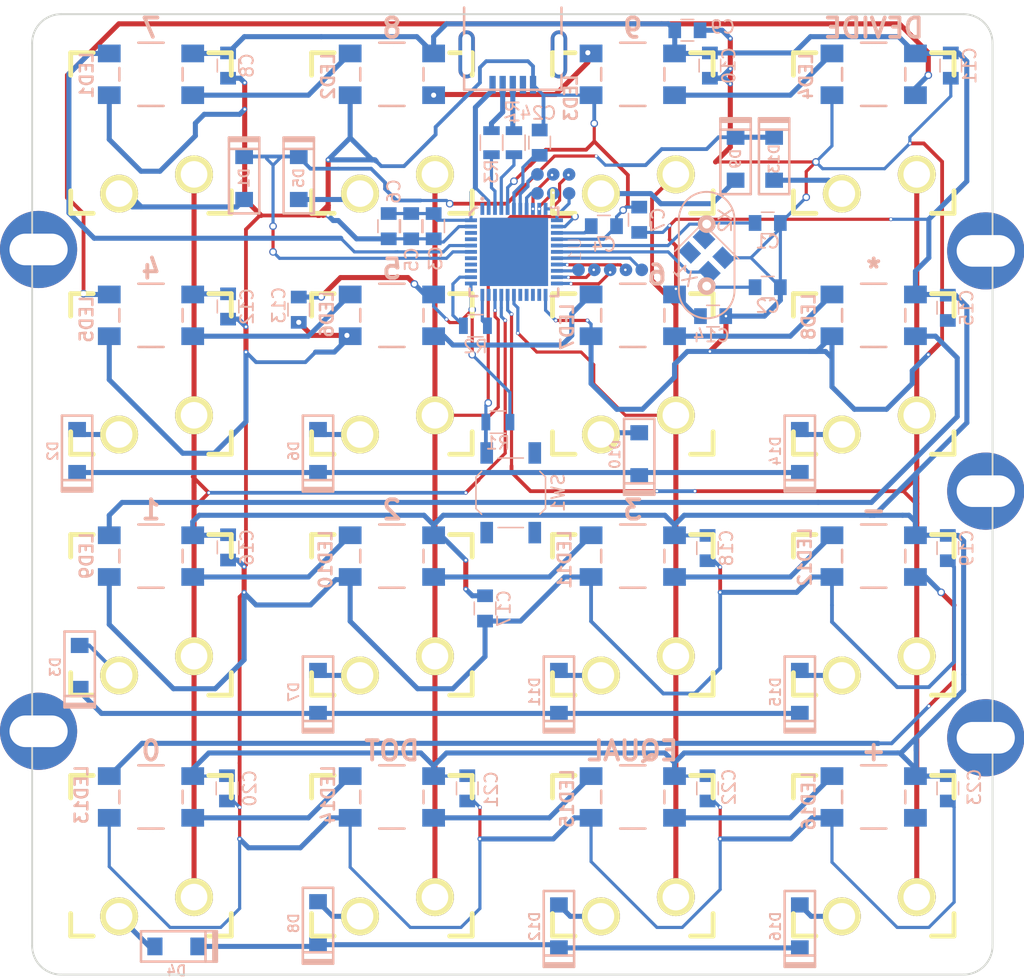
<source format=kicad_pcb>
(kicad_pcb (version 4) (host pcbnew 4.0.5)
  (layers (0 F.Cu signal) (31 B.Cu signal) (34 B.Paste user) (35 F.Paste user) (36 B.SilkS user) (37 F.SilkS user) (38 B.Mask user) (39 F.Mask user) (44 Edge.Cuts user))
  (net 0 "")
  (net 1 "Net-(C1-Pad1)")
  (net 2 GND)
  (net 3 "Net-(C2-Pad1)")
  (net 4 VCC)
  (net 5 "Net-(C24-Pad1)")
  (net 6 "Net-(D1-Pad2)")
  (net 7 /row1)
  (net 8 "Net-(D2-Pad2)")
  (net 9 /row2)
  (net 10 "Net-(D3-Pad2)")
  (net 11 /row3)
  (net 12 "Net-(D4-Pad2)")
  (net 13 /row4)
  (net 14 "Net-(D5-Pad2)")
  (net 15 "Net-(D6-Pad2)")
  (net 16 "Net-(D7-Pad2)")
  (net 17 "Net-(D8-Pad2)")
  (net 18 "Net-(D9-Pad2)")
  (net 19 "Net-(D10-Pad2)")
  (net 20 "Net-(D11-Pad2)")
  (net 21 "Net-(D12-Pad2)")
  (net 22 "Net-(D13-Pad2)")
  (net 23 "Net-(D14-Pad2)")
  (net 24 "Net-(D15-Pad2)")
  (net 25 "Net-(D16-Pad2)")
  (net 26 "Net-(J1-Pad2)")
  (net 27 "Net-(J1-Pad3)")
  (net 28 "Net-(J1-Pad4)")
  (net 29 /col1)
  (net 30 /col2)
  (net 31 /col3)
  (net 32 /col4)
  (net 33 "Net-(LED1-Pad2)")
  (net 34 "Net-(LED2-Pad2)")
  (net 35 "Net-(LED3-Pad2)")
  (net 36 "Net-(LED4-Pad2)")
  (net 37 "Net-(LED5-Pad2)")
  (net 38 "Net-(LED6-Pad2)")
  (net 39 "Net-(LED7-Pad2)")
  (net 40 "Net-(LED8-Pad2)")
  (net 41 "Net-(LED10-Pad4)")
  (net 42 "Net-(LED10-Pad2)")
  (net 43 "Net-(LED11-Pad2)")
  (net 44 "Net-(LED12-Pad2)")
  (net 45 "Net-(LED13-Pad2)")
  (net 46 "Net-(LED14-Pad2)")
  (net 47 "Net-(LED15-Pad2)")
  (net 48 "Net-(LED16-Pad2)")
  (net 49 "Net-(R1-Pad1)")
  (net 50 "Net-(R2-Pad2)")
  (net 51 "Net-(R3-Pad1)")
  (net 52 "Net-(R4-Pad1)")
  (net 53 "Net-(U1-Pad1)")
  (net 54 "Net-(U1-Pad7)")
  (net 55 "Net-(U1-Pad8)")
  (net 56 "Net-(U1-Pad9)")
  (net 57 "Net-(U1-Pad10)")
  (net 58 "Net-(U1-Pad11)")
  (net 59 "Net-(U1-Pad12)")
  (net 60 "Net-(U1-Pad22)")
  (net 61 "Net-(U1-Pad25)")
  (net 62 "Net-(U1-Pad26)")
  (net 63 "Net-(U1-Pad27)")
  (net 64 "Net-(U1-Pad32)")
  (net 65 "Net-(U1-Pad41)")
  (net 66 "Net-(U1-Pad42)")
  (net 67 /rgb)
  (net 68 "Net-(U1-Pad18)")
  (net 69 "Net-(U1-Pad19)")
  (net 70 "Net-(U1-Pad20)")
  (net 71 "Net-(U1-Pad21)")
  (module help14_keyboard:5holes (layer B.Cu) (at 83.39375 54.09375)
    (fp_text reference REF** hide)
    (fp_text value 5holes hide)
    (pad 1 smd circle (at 0 0) (size 1 1) (layers B.Cu B.Paste B.Mask))
    (pad 2 smd circle (at 1.25 0) (size 1 1) (layers B.Cu B.Paste B.Mask))
    (pad 3 smd circle (at 2.5 0) (size 1 1) (layers B.Cu B.Paste B.Mask))
    (pad 4 smd circle (at -1.25 0) (size 1 1) (layers B.Cu B.Paste B.Mask))
    (pad 5 smd circle (at -2.5 0) (size 1 1) (layers B.Cu B.Paste B.Mask))
  )
  (module keyboard_parts:XTAL_HC_49_TH (layer B.Cu) (at 91.02575 52.92575 90)
    (fp_text reference X2 (at 2.732 1.468 90) (layer B.SilkS) (effects (justify mirror)))
    (fp_text value 16MHZ hide)
    (pad 1 thru_hole circle (at 2.45 0 270) (size 1.4 1.4) (drill 0.7) (layers *.Cu *.Mask B.SilkS) (net 1 "Net-(C1-Pad1)"))
    (pad 2 thru_hole circle (at -2.45 0 270) (size 1.4 1.4) (drill 0.7) (layers *.Cu *.Mask B.SilkS) (net 3 "Net-(C2-Pad1)"))
  )
  (module help14_keyboard:D_SOD123 (layer B.Cu) (at 54.44975 46.82975 270)
    (fp_text reference D1 (at 0 0 270) (layer B.SilkS) (effects (font (size 0.8 0.8)) (justify mirror)))
    (fp_text value D hide)
    (pad 2 smd rect (at 1.7 0 270) (size 1.2 1.4) (layers B.Cu B.Paste B.Mask) (net 6 "Net-(D1-Pad2)"))
    (pad 1 smd rect (at -1.7 0 270) (size 1.2 1.4) (layers B.Cu B.Paste B.Mask) (net 7 /row1))
  )
  (module help14_keyboard:D_SOD123 (layer B.Cu) (at 41.24175 68.41975 90)
    (fp_text reference D2 (at 0 -1.925 90) (layer B.SilkS) (effects (font (size 0.8 0.8)) (justify mirror)))
    (fp_text value D hide)
    (pad 2 smd rect (at 1.7 0 90) (size 1.2 1.4) (layers B.Cu B.Paste B.Mask) (net 8 "Net-(D2-Pad2)"))
    (pad 1 smd rect (at -1.7 0 90) (size 1.2 1.4) (layers B.Cu B.Paste B.Mask) (net 9 /row2))
  )
  (module help14_keyboard:D_SOD123 (layer B.Cu) (at 41.44375 85.49375 90)
    (fp_text reference D3 (at 0 -1.925 90) (layer B.SilkS) (effects (font (size 0.8 0.8)) (justify mirror)))
    (fp_text value D hide)
    (pad 2 smd rect (at 1.7 0 90) (size 1.2 1.4) (layers B.Cu B.Paste B.Mask) (net 10 "Net-(D3-Pad2)"))
    (pad 1 smd rect (at -1.7 0 90) (size 1.2 1.4) (layers B.Cu B.Paste B.Mask) (net 11 /row3))
  )
  (module help14_keyboard:D_SOD123 (layer B.Cu) (at 49.09375 107.59375 180)
    (fp_text reference D4 (at 0 -1.925 180) (layer B.SilkS) (effects (font (size 0.8 0.8)) (justify mirror)))
    (fp_text value D hide)
    (pad 2 smd rect (at 1.7 0 180) (size 1.2 1.4) (layers B.Cu B.Paste B.Mask) (net 12 "Net-(D4-Pad2)"))
    (pad 1 smd rect (at -1.7 0 180) (size 1.2 1.4) (layers B.Cu B.Paste B.Mask) (net 13 /row4))
  )
  (module help14_keyboard:D_SOD123 (layer B.Cu) (at 58.76775 46.82975 270)
    (fp_text reference D5 (at 0 0 270) (layer B.SilkS) (effects (font (size 0.8 0.8)) (justify mirror)))
    (fp_text value D hide)
    (pad 2 smd rect (at 1.7 0 270) (size 1.2 1.4) (layers B.Cu B.Paste B.Mask) (net 14 "Net-(D5-Pad2)"))
    (pad 1 smd rect (at -1.7 0 270) (size 1.2 1.4) (layers B.Cu B.Paste B.Mask) (net 7 /row1))
  )
  (module help14_keyboard:D_SOD123 (layer B.Cu) (at 60.29175 68.41975 90)
    (fp_text reference D6 (at 0 -1.925 90) (layer B.SilkS) (effects (font (size 0.8 0.8)) (justify mirror)))
    (fp_text value D hide)
    (pad 2 smd rect (at 1.7 0 90) (size 1.2 1.4) (layers B.Cu B.Paste B.Mask) (net 15 "Net-(D6-Pad2)"))
    (pad 1 smd rect (at -1.7 0 90) (size 1.2 1.4) (layers B.Cu B.Paste B.Mask) (net 9 /row2))
  )
  (module help14_keyboard:D_SOD123 (layer B.Cu) (at 60.29175 87.46975 90)
    (fp_text reference D7 (at 0 -1.925 90) (layer B.SilkS) (effects (font (size 0.8 0.8)) (justify mirror)))
    (fp_text value D hide)
    (pad 2 smd rect (at 1.7 0 90) (size 1.2 1.4) (layers B.Cu B.Paste B.Mask) (net 16 "Net-(D7-Pad2)"))
    (pad 1 smd rect (at -1.7 0 90) (size 1.2 1.4) (layers B.Cu B.Paste B.Mask) (net 11 /row3))
  )
  (module help14_keyboard:D_SOD123 (layer B.Cu) (at 60.29175 105.75775 90)
    (fp_text reference D8 (at 0 -1.925 90) (layer B.SilkS) (effects (font (size 0.8 0.8)) (justify mirror)))
    (fp_text value D hide)
    (pad 2 smd rect (at 1.7 0 90) (size 1.2 1.4) (layers B.Cu B.Paste B.Mask) (net 17 "Net-(D8-Pad2)"))
    (pad 1 smd rect (at -1.7 0 90) (size 1.2 1.4) (layers B.Cu B.Paste B.Mask) (net 13 /row4))
  )
  (module help14_keyboard:D_SOD123 (layer B.Cu) (at 93.31175 45.30575 270)
    (fp_text reference D9 (at 0 0 270) (layer B.SilkS) (effects (font (size 0.8 0.8)) (justify mirror)))
    (fp_text value D hide)
    (pad 2 smd rect (at 1.7 0 270) (size 1.2 1.4) (layers B.Cu B.Paste B.Mask) (net 18 "Net-(D9-Pad2)"))
    (pad 1 smd rect (at -1.7 0 270) (size 1.2 1.4) (layers B.Cu B.Paste B.Mask) (net 7 /row1))
  )
  (module help14_keyboard:D_SOD123 (layer B.Cu) (at 85.69175 68.67375 90)
    (fp_text reference D10 (at 0 -1.925 90) (layer B.SilkS) (effects (font (size 0.8 0.8)) (justify mirror)))
    (fp_text value D hide)
    (pad 2 smd rect (at 1.7 0 90) (size 1.2 1.4) (layers B.Cu B.Paste B.Mask) (net 19 "Net-(D10-Pad2)"))
    (pad 1 smd rect (at -1.7 0 90) (size 1.2 1.4) (layers B.Cu B.Paste B.Mask) (net 9 /row2))
  )
  (module help14_keyboard:D_SOD123 (layer B.Cu) (at 79.34175 87.46975 90)
    (fp_text reference D11 (at 0 -1.925 90) (layer B.SilkS) (effects (font (size 0.8 0.8)) (justify mirror)))
    (fp_text value D hide)
    (pad 2 smd rect (at 1.7 0 90) (size 1.2 1.4) (layers B.Cu B.Paste B.Mask) (net 20 "Net-(D11-Pad2)"))
    (pad 1 smd rect (at -1.7 0 90) (size 1.2 1.4) (layers B.Cu B.Paste B.Mask) (net 11 /row3))
  )
  (module help14_keyboard:D_SOD123 (layer B.Cu) (at 79.34175 106.01175 90)
    (fp_text reference D12 (at 0 -1.925 90) (layer B.SilkS) (effects (font (size 0.8 0.8)) (justify mirror)))
    (fp_text value D hide)
    (pad 2 smd rect (at 1.7 0 90) (size 1.2 1.4) (layers B.Cu B.Paste B.Mask) (net 21 "Net-(D12-Pad2)"))
    (pad 1 smd rect (at -1.7 0 90) (size 1.2 1.4) (layers B.Cu B.Paste B.Mask) (net 13 /row4))
  )
  (module help14_keyboard:D_SOD123 (layer B.Cu) (at 96.35975 45.30575 270)
    (fp_text reference D13 (at 0 0 270) (layer B.SilkS) (effects (font (size 0.8 0.8)) (justify mirror)))
    (fp_text value D hide)
    (pad 2 smd rect (at 1.7 0 270) (size 1.2 1.4) (layers B.Cu B.Paste B.Mask) (net 22 "Net-(D13-Pad2)"))
    (pad 1 smd rect (at -1.7 0 270) (size 1.2 1.4) (layers B.Cu B.Paste B.Mask) (net 7 /row1))
  )
  (module help14_keyboard:D_SOD123 (layer B.Cu) (at 98.39175 68.41975 90)
    (fp_text reference D14 (at 0 -1.925 90) (layer B.SilkS) (effects (font (size 0.8 0.8)) (justify mirror)))
    (fp_text value D hide)
    (pad 2 smd rect (at 1.7 0 90) (size 1.2 1.4) (layers B.Cu B.Paste B.Mask) (net 23 "Net-(D14-Pad2)"))
    (pad 1 smd rect (at -1.7 0 90) (size 1.2 1.4) (layers B.Cu B.Paste B.Mask) (net 9 /row2))
  )
  (module help14_keyboard:D_SOD123 (layer B.Cu) (at 98.39175 87.46975 90)
    (fp_text reference D15 (at 0 -1.925 90) (layer B.SilkS) (effects (font (size 0.8 0.8)) (justify mirror)))
    (fp_text value D hide)
    (pad 2 smd rect (at 1.7 0 90) (size 1.2 1.4) (layers B.Cu B.Paste B.Mask) (net 24 "Net-(D15-Pad2)"))
    (pad 1 smd rect (at -1.7 0 90) (size 1.2 1.4) (layers B.Cu B.Paste B.Mask) (net 11 /row3))
  )
  (module help14_keyboard:D_SOD123 (layer B.Cu) (at 98.39175 106.01175 90)
    (fp_text reference D16 (at 0 -1.925 90) (layer B.SilkS) (effects (font (size 0.8 0.8)) (justify mirror)))
    (fp_text value D hide)
    (pad 2 smd rect (at 1.7 0 90) (size 1.2 1.4) (layers B.Cu B.Paste B.Mask) (net 25 "Net-(D16-Pad2)"))
    (pad 1 smd rect (at -1.7 0 90) (size 1.2 1.4) (layers B.Cu B.Paste B.Mask) (net 13 /row4))
  )
  (module Capacitors_SMD:C_0805 (layer B.Cu) (at 95.85175 50.38575)
    (fp_text reference C1 (at 0 1.5) (layer B.SilkS) (effects (justify mirror)))
    (fp_text value 22p)
    (pad 1 smd rect (at -1 0) (size 1 1.25) (layers B.Cu B.Paste B.Mask) (net 1 "Net-(C1-Pad1)"))
    (pad 2 smd rect (at 1 0) (size 1 1.25) (layers B.Cu B.Paste B.Mask) (net 2 GND))
  )
  (module Capacitors_SMD:C_0805 (layer B.Cu) (at 95.85175 55.46575)
    (fp_text reference C2 (at 0 1.5) (layer B.SilkS) (effects (justify mirror)))
    (fp_text value 22p)
    (pad 1 smd rect (at -1 0) (size 1 1.25) (layers B.Cu B.Paste B.Mask) (net 3 "Net-(C2-Pad1)"))
    (pad 2 smd rect (at 1 0) (size 1 1.25) (layers B.Cu B.Paste B.Mask) (net 2 GND))
  )
  (module Capacitors_SMD:C_0805 (layer B.Cu) (at 69.43575 50.63975 270)
    (fp_text reference C3 (at 2.554 -0.158 270) (layer B.SilkS) (effects (justify mirror)))
    (fp_text value 0.1u)
    (pad 1 smd rect (at -1 0 270) (size 1 1.25) (layers B.Cu B.Paste B.Mask) (net 4 VCC))
    (pad 2 smd rect (at 1 0 270) (size 1 1.25) (layers B.Cu B.Paste B.Mask) (net 2 GND))
  )
  (module Capacitors_SMD:C_0805 (layer B.Cu) (at 82.89775 50.63975)
    (fp_text reference C4 (at 0 1.5) (layer B.SilkS) (effects (justify mirror)))
    (fp_text value 0.1u)
    (pad 1 smd rect (at -1 0) (size 1 1.25) (layers B.Cu B.Paste B.Mask) (net 4 VCC))
    (pad 2 smd rect (at 1 0) (size 1 1.25) (layers B.Cu B.Paste B.Mask) (net 2 GND))
  )
  (module Capacitors_SMD:C_0805 (layer B.Cu) (at 67.65775 50.63975 270)
    (fp_text reference C5 (at 2.654 -0.036 270) (layer B.SilkS) (effects (justify mirror)))
    (fp_text value 0.1u)
    (pad 1 smd rect (at -1 0 270) (size 1 1.25) (layers B.Cu B.Paste B.Mask) (net 4 VCC))
    (pad 2 smd rect (at 1 0 270) (size 1 1.25) (layers B.Cu B.Paste B.Mask) (net 2 GND))
  )
  (module Capacitors_SMD:C_0805 (layer B.Cu) (at 65.87975 50.63975 270)
    (fp_text reference C6 (at -2.746 -0.414 270) (layer B.SilkS) (effects (justify mirror)))
    (fp_text value 0.1u)
    (pad 1 smd rect (at -1 0 270) (size 1 1.25) (layers B.Cu B.Paste B.Mask) (net 4 VCC))
    (pad 2 smd rect (at 1 0 270) (size 1 1.25) (layers B.Cu B.Paste B.Mask) (net 2 GND))
  )
  (module Capacitors_SMD:C_0805 (layer B.Cu) (at 85.69175 50.13175 90)
    (fp_text reference C7 (at 0 1.5 90) (layer B.SilkS) (effects (justify mirror)))
    (fp_text value 4.7u)
    (pad 1 smd rect (at -1 0 90) (size 1 1.25) (layers B.Cu B.Paste B.Mask) (net 4 VCC))
    (pad 2 smd rect (at 1 0 90) (size 1 1.25) (layers B.Cu B.Paste B.Mask) (net 2 GND))
  )
  (module Capacitors_SMD:C_0805 (layer B.Cu) (at 53.17975 37.93975 90)
    (fp_text reference C8 (at 0 1.5 90) (layer B.SilkS) (effects (justify mirror)))
    (fp_text value 100nf)
    (pad 1 smd rect (at -1 0 90) (size 1 1.25) (layers B.Cu B.Paste B.Mask) (net 2 GND))
    (pad 2 smd rect (at 1 0 90) (size 1 1.25) (layers B.Cu B.Paste B.Mask) (net 4 VCC))
  )
  (module Capacitors_SMD:C_0805 (layer B.Cu) (at 89.50175 35.14575 180)
    (fp_text reference C9 (at -2.794 0.254 180) (layer B.SilkS) (effects (justify mirror)))
    (fp_text value 100nf)
    (pad 1 smd rect (at -1 0 180) (size 1 1.25) (layers B.Cu B.Paste B.Mask) (net 2 GND))
    (pad 2 smd rect (at 1 0 180) (size 1 1.25) (layers B.Cu B.Paste B.Mask) (net 4 VCC))
  )
  (module Capacitors_SMD:C_0805 (layer B.Cu) (at 91.27975 37.93975 90)
    (fp_text reference C10 (at 0 1.5 90) (layer B.SilkS) (effects (justify mirror)))
    (fp_text value 100nf)
    (pad 1 smd rect (at -1 0 90) (size 1 1.25) (layers B.Cu B.Paste B.Mask) (net 2 GND))
    (pad 2 smd rect (at 1 0 90) (size 1 1.25) (layers B.Cu B.Paste B.Mask) (net 4 VCC))
  )
  (module Capacitors_SMD:C_0805 (layer B.Cu) (at 110.32975 37.93975 90)
    (fp_text reference C11 (at 0 1.5 90) (layer B.SilkS) (effects (justify mirror)))
    (fp_text value 100nf)
    (pad 1 smd rect (at -1 0 90) (size 1 1.25) (layers B.Cu B.Paste B.Mask) (net 2 GND))
    (pad 2 smd rect (at 1 0 90) (size 1 1.25) (layers B.Cu B.Paste B.Mask) (net 4 VCC))
  )
  (module Capacitors_SMD:C_0805 (layer B.Cu) (at 53.17975 56.98975 90)
    (fp_text reference C12 (at 0 1.5 90) (layer B.SilkS) (effects (justify mirror)))
    (fp_text value 100nf)
    (pad 1 smd rect (at -1 0 90) (size 1 1.25) (layers B.Cu B.Paste B.Mask) (net 2 GND))
    (pad 2 smd rect (at 1 0 90) (size 1 1.25) (layers B.Cu B.Paste B.Mask) (net 4 VCC))
  )
  (module Capacitors_SMD:C_0805 (layer B.Cu) (at 58.76775 57.24375 90)
    (fp_text reference C13 (at 0.35 -1.574 90) (layer B.SilkS) (effects (justify mirror)))
    (fp_text value 100nf)
    (pad 1 smd rect (at -1 0 90) (size 1 1.25) (layers B.Cu B.Paste B.Mask) (net 2 GND))
    (pad 2 smd rect (at 1 0 90) (size 1 1.25) (layers B.Cu B.Paste B.Mask) (net 4 VCC))
  )
  (module Capacitors_SMD:C_0805 (layer B.Cu) (at 91.53375 57.75175 180)
    (fp_text reference C14 (at 0.14 -1.542 180) (layer B.SilkS) (effects (justify mirror)))
    (fp_text value 100nf)
    (pad 1 smd rect (at -1 0 180) (size 1 1.25) (layers B.Cu B.Paste B.Mask) (net 2 GND))
    (pad 2 smd rect (at 1 0 180) (size 1 1.25) (layers B.Cu B.Paste B.Mask) (net 4 VCC))
  )
  (module Capacitors_SMD:C_0805 (layer B.Cu) (at 110.09375 57.09375 90)
    (fp_text reference C15 (at 0 1.5 90) (layer B.SilkS) (effects (justify mirror)))
    (fp_text value 100nf)
    (pad 1 smd rect (at -1 0 90) (size 1 1.25) (layers B.Cu B.Paste B.Mask) (net 2 GND))
    (pad 2 smd rect (at 1 0 90) (size 1 1.25) (layers B.Cu B.Paste B.Mask) (net 4 VCC))
  )
  (module Capacitors_SMD:C_0805 (layer B.Cu) (at 53.17975 76.03975 90)
    (fp_text reference C16 (at 0 1.5 90) (layer B.SilkS) (effects (justify mirror)))
    (fp_text value 100nf)
    (pad 1 smd rect (at -1 0 90) (size 1 1.25) (layers B.Cu B.Paste B.Mask) (net 2 GND))
    (pad 2 smd rect (at 1 0 90) (size 1 1.25) (layers B.Cu B.Paste B.Mask) (net 4 VCC))
  )
  (module Capacitors_SMD:C_0805 (layer B.Cu) (at 73.49975 80.86575 90)
    (fp_text reference C17 (at 0 1.5 90) (layer B.SilkS) (effects (justify mirror)))
    (fp_text value 100nf)
    (pad 1 smd rect (at -1 0 90) (size 1 1.25) (layers B.Cu B.Paste B.Mask) (net 2 GND))
    (pad 2 smd rect (at 1 0 90) (size 1 1.25) (layers B.Cu B.Paste B.Mask) (net 4 VCC))
  )
  (module Capacitors_SMD:C_0805 (layer B.Cu) (at 91.09375 76.09375 90)
    (fp_text reference C18 (at 0 1.5 90) (layer B.SilkS) (effects (justify mirror)))
    (fp_text value 100nf)
    (pad 1 smd rect (at -1 0 90) (size 1 1.25) (layers B.Cu B.Paste B.Mask) (net 2 GND))
    (pad 2 smd rect (at 1 0 90) (size 1 1.25) (layers B.Cu B.Paste B.Mask) (net 4 VCC))
  )
  (module Capacitors_SMD:C_0805 (layer B.Cu) (at 110.09375 76.09375 90)
    (fp_text reference C19 (at 0 1.5 90) (layer B.SilkS) (effects (justify mirror)))
    (fp_text value 100nf)
    (pad 1 smd rect (at -1 0 90) (size 1 1.25) (layers B.Cu B.Paste B.Mask) (net 2 GND))
    (pad 2 smd rect (at 1 0 90) (size 1 1.25) (layers B.Cu B.Paste B.Mask) (net 4 VCC))
  )
  (module Capacitors_SMD:C_0805 (layer B.Cu) (at 53.09375 95.09375 270)
    (fp_text reference C20 (at 0 -1.8 270) (layer B.SilkS) (effects (justify mirror)))
    (fp_text value 100nf)
    (pad 1 smd rect (at -1 0 270) (size 1 1.25) (layers B.Cu B.Paste B.Mask) (net 4 VCC))
    (pad 2 smd rect (at 1 0 270) (size 1 1.25) (layers B.Cu B.Paste B.Mask) (net 2 GND))
  )
  (module Capacitors_SMD:C_0805 (layer B.Cu) (at 72.09375 95.09375 270)
    (fp_text reference C21 (at 0.1 -1.9 270) (layer B.SilkS) (effects (justify mirror)))
    (fp_text value 100nf)
    (pad 1 smd rect (at -1 0 270) (size 1 1.25) (layers B.Cu B.Paste B.Mask) (net 4 VCC))
    (pad 2 smd rect (at 1 0 270) (size 1 1.25) (layers B.Cu B.Paste B.Mask) (net 2 GND))
  )
  (module Capacitors_SMD:C_0805 (layer B.Cu) (at 91.09375 95.09375 270)
    (fp_text reference C22 (at -0.1 -1.7 270) (layer B.SilkS) (effects (justify mirror)))
    (fp_text value 100nf)
    (pad 1 smd rect (at -1 0 270) (size 1 1.25) (layers B.Cu B.Paste B.Mask) (net 4 VCC))
    (pad 2 smd rect (at 1 0 270) (size 1 1.25) (layers B.Cu B.Paste B.Mask) (net 2 GND))
  )
  (module Capacitors_SMD:C_0805 (layer B.Cu) (at 110.09375 95.09375 270)
    (fp_text reference C23 (at -0.1 -2.1 270) (layer B.SilkS) (effects (justify mirror)))
    (fp_text value 100nf)
    (pad 1 smd rect (at -1 0 270) (size 1 1.25) (layers B.Cu B.Paste B.Mask) (net 4 VCC))
    (pad 2 smd rect (at 1 0 270) (size 1 1.25) (layers B.Cu B.Paste B.Mask) (net 2 GND))
  )
  (module Capacitors_SMD:C_0805 (layer B.Cu) (at 77.81775 44.03575 90)
    (fp_text reference C24 (at 2.342 -0.124 180) (layer B.SilkS) (effects (justify mirror)))
    (fp_text value 1u)
    (pad 1 smd rect (at -1 0 90) (size 1 1.25) (layers B.Cu B.Paste B.Mask) (net 5 "Net-(C24-Pad1)"))
    (pad 2 smd rect (at 1 0 90) (size 1 1.25) (layers B.Cu B.Paste B.Mask) (net 2 GND))
  )
  (module keyboard_parts:USB_miniB_hirose_5S8 (layer B.Cu) (at 75.69375 39.45375)
    (fp_text reference J1 hide)
    (fp_text value USB_mini_B hide)
    (pad 1 smd rect (at -1.6 0) (size 0.5 1.4) (layers B.Cu B.Paste B.Mask) (net 4 VCC))
    (pad 2 smd rect (at -0.8 0) (size 0.5 1.4) (layers B.Cu B.Paste B.Mask) (net 26 "Net-(J1-Pad2)"))
    (pad 3 smd rect (at 0 0) (size 0.5 1.4) (layers B.Cu B.Paste B.Mask) (net 27 "Net-(J1-Pad3)"))
    (pad 4 smd rect (at 0.8 0) (size 0.5 1.4) (layers B.Cu B.Paste B.Mask) (net 28 "Net-(J1-Pad4)"))
    (pad 5 smd rect (at 1.6 0) (size 0.5 1.4) (layers B.Cu B.Paste B.Mask) (net 2 GND))
    (pad 6 thru_hole oval (at -3.65 -2.4) (size 1.3 3.8) (drill oval 0.7 3.2) (layers *.Cu *.Mask B.Paste) (net 2 GND))
    (pad 6 thru_hole oval (at 3.65 -2.4) (size 1.3 3.8) (drill oval 0.7 3.2) (layers *.Cu *.Mask B.Paste) (net 2 GND))
  )
  (module help14_keyboard:Mx_Alps_100 (layer F.Cu) (at 47.08375 43.27375 180)
    (fp_text reference K1 hide)
    (fp_text value 7 (at 0 8.3 180) (layer B.SilkS) (effects (font (thickness 0.3048)) (justify mirror)))
    (pad "" np_thru_hole circle (at 0 0 180) (size 3.9878 3.9878) (drill 3.9878) (layers *.Cu))
    (pad HOLE np_thru_hole circle (at -5.08 0 180) (size 1.7018 1.7018) (drill 1.7018) (layers *.Cu))
    (pad HOLE np_thru_hole circle (at 5.08 0 180) (size 1.7018 1.7018) (drill 1.7018) (layers *.Cu))
    (pad 1 thru_hole oval (at -3.405 -3.27 180) (size 3 3) (drill oval 2.1) (layers *.Cu *.Mask F.SilkS) (net 29 /col1))
    (pad 2 thru_hole oval (at 2.52 -4.79 180) (size 3 3) (drill oval 2.1) (layers *.Cu *.Mask F.SilkS) (net 6 "Net-(D1-Pad2)"))
  )
  (module help14_keyboard:Mx_Alps_100 (layer F.Cu) (at 47.08375 62.32375 180)
    (fp_text reference K2 hide)
    (fp_text value 4 (at 0 8.3 180) (layer B.SilkS) (effects (font (thickness 0.3048)) (justify mirror)))
    (pad HOLE np_thru_hole circle (at 0 0 180) (size 3.9878 3.9878) (drill 3.9878) (layers *.Cu))
    (pad HOLE np_thru_hole circle (at -5.08 0 180) (size 1.7018 1.7018) (drill 1.7018) (layers *.Cu))
    (pad HOLE np_thru_hole circle (at 5.08 0 180) (size 1.7018 1.7018) (drill 1.7018) (layers *.Cu))
    (pad 1 thru_hole oval (at -3.405 -3.27 180) (size 3 3) (drill oval 2.1) (layers *.Cu *.Mask F.SilkS) (net 29 /col1))
    (pad 2 thru_hole oval (at 2.52 -4.79 180) (size 3 3) (drill oval 2.1) (layers *.Cu *.Mask F.SilkS) (net 8 "Net-(D2-Pad2)"))
  )
  (module help14_keyboard:Mx_Alps_100 (layer F.Cu) (at 47.08375 81.37375 180)
    (fp_text reference K3 hide)
    (fp_text value 1 (at 0 8.3 180) (layer B.SilkS) (effects (font (thickness 0.3048)) (justify mirror)))
    (pad HOLE np_thru_hole circle (at 0 0 180) (size 3.9878 3.9878) (drill 3.9878) (layers *.Cu))
    (pad HOLE np_thru_hole circle (at -5.08 0 180) (size 1.7018 1.7018) (drill 1.7018) (layers *.Cu))
    (pad HOLE np_thru_hole circle (at 5.08 0 180) (size 1.7018 1.7018) (drill 1.7018) (layers *.Cu))
    (pad 1 thru_hole oval (at -3.405 -3.27 180) (size 3 3) (drill oval 2.1) (layers *.Cu *.Mask F.SilkS) (net 29 /col1))
    (pad 2 thru_hole oval (at 2.52 -4.79 180) (size 3 3) (drill oval 2.1) (layers *.Cu *.Mask F.SilkS) (net 10 "Net-(D3-Pad2)"))
  )
  (module help14_keyboard:Mx_Alps_100 (layer F.Cu) (at 47.08375 100.42375 180)
    (fp_text reference K4 hide)
    (fp_text value 0 (at 0 8.3 180) (layer B.SilkS) (effects (font (thickness 0.3048)) (justify mirror)))
    (pad HOLE np_thru_hole circle (at 0 0 180) (size 3.9878 3.9878) (drill 3.9878) (layers *.Cu))
    (pad HOLE np_thru_hole circle (at -5.08 0 180) (size 1.7018 1.7018) (drill 1.7018) (layers *.Cu))
    (pad HOLE np_thru_hole circle (at 5.08 0 180) (size 1.7018 1.7018) (drill 1.7018) (layers *.Cu))
    (pad 1 thru_hole oval (at -3.405 -3.27 180) (size 3 3) (drill oval 2.1) (layers *.Cu *.Mask F.SilkS) (net 29 /col1))
    (pad 2 thru_hole oval (at 2.52 -4.79 180) (size 3 3) (drill oval 2.1) (layers *.Cu *.Mask F.SilkS) (net 12 "Net-(D4-Pad2)"))
  )
  (module help14_keyboard:Mx_Alps_100 (layer F.Cu) (at 66.13375 43.27375 180)
    (fp_text reference K5 hide)
    (fp_text value 8 (at 0 8.3 180) (layer B.SilkS) (effects (font (thickness 0.3048)) (justify mirror)))
    (pad HOLE np_thru_hole circle (at 0 0 180) (size 3.9878 3.9878) (drill 3.9878) (layers *.Cu))
    (pad HOLE np_thru_hole circle (at -5.08 0 180) (size 1.7018 1.7018) (drill 1.7018) (layers *.Cu))
    (pad HOLE np_thru_hole circle (at 5.08 0 180) (size 1.7018 1.7018) (drill 1.7018) (layers *.Cu))
    (pad 1 thru_hole oval (at -3.405 -3.27 180) (size 3 3) (drill oval 2.1) (layers *.Cu *.Mask F.SilkS) (net 30 /col2))
    (pad 2 thru_hole oval (at 2.52 -4.79 180) (size 3 3) (drill oval 2.1) (layers *.Cu *.Mask F.SilkS) (net 14 "Net-(D5-Pad2)"))
  )
  (module help14_keyboard:Mx_Alps_100 (layer F.Cu) (at 66.13375 62.32375 180)
    (fp_text reference K6 hide)
    (fp_text value 5 (at 0 8.3 180) (layer B.SilkS) (effects (font (thickness 0.3048)) (justify mirror)))
    (pad HOLE np_thru_hole circle (at 0 0 180) (size 3.9878 3.9878) (drill 3.9878) (layers *.Cu))
    (pad HOLE np_thru_hole circle (at -5.08 0 180) (size 1.7018 1.7018) (drill 1.7018) (layers *.Cu))
    (pad HOLE np_thru_hole circle (at 5.08 0 180) (size 1.7018 1.7018) (drill 1.7018) (layers *.Cu))
    (pad 1 thru_hole oval (at -3.405 -3.27 180) (size 3 3) (drill oval 2.1) (layers *.Cu *.Mask F.SilkS) (net 30 /col2))
    (pad 2 thru_hole oval (at 2.52 -4.79 180) (size 3 3) (drill oval 2.1) (layers *.Cu *.Mask F.SilkS) (net 15 "Net-(D6-Pad2)"))
  )
  (module help14_keyboard:Mx_Alps_100 (layer F.Cu) (at 66.13375 81.37375 180)
    (fp_text reference K7 hide)
    (fp_text value 2 (at 0 8.3 180) (layer B.SilkS) (effects (font (thickness 0.3048)) (justify mirror)))
    (pad HOLE np_thru_hole circle (at 0 0 180) (size 3.9878 3.9878) (drill 3.9878) (layers *.Cu))
    (pad HOLE np_thru_hole circle (at -5.08 0 180) (size 1.7018 1.7018) (drill 1.7018) (layers *.Cu))
    (pad HOLE np_thru_hole circle (at 5.08 0 180) (size 1.7018 1.7018) (drill 1.7018) (layers *.Cu))
    (pad 1 thru_hole oval (at -3.405 -3.27 180) (size 3 3) (drill oval 2.1) (layers *.Cu *.Mask F.SilkS) (net 30 /col2))
    (pad 2 thru_hole oval (at 2.52 -4.79 180) (size 3 3) (drill oval 2.1) (layers *.Cu *.Mask F.SilkS) (net 16 "Net-(D7-Pad2)"))
  )
  (module help14_keyboard:Mx_Alps_100 (layer F.Cu) (at 66.13375 100.42375 180)
    (fp_text reference K8 hide)
    (fp_text value DOT (at 0 8.3 180) (layer B.SilkS) (effects (font (thickness 0.3048)) (justify mirror)))
    (pad HOLE np_thru_hole circle (at 0 0 180) (size 3.9878 3.9878) (drill 3.9878) (layers *.Cu))
    (pad HOLE np_thru_hole circle (at -5.08 0 180) (size 1.7018 1.7018) (drill 1.7018) (layers *.Cu))
    (pad HOLE np_thru_hole circle (at 5.08 0 180) (size 1.7018 1.7018) (drill 1.7018) (layers *.Cu))
    (pad 1 thru_hole oval (at -3.405 -3.27 180) (size 3 3) (drill oval 2.1) (layers *.Cu *.Mask F.SilkS) (net 30 /col2))
    (pad 2 thru_hole oval (at 2.52 -4.79 180) (size 3 3) (drill oval 2.1) (layers *.Cu *.Mask F.SilkS) (net 17 "Net-(D8-Pad2)"))
  )
  (module help14_keyboard:Mx_Alps_100 (layer F.Cu) (at 85.18375 43.27375 180)
    (fp_text reference K9 hide)
    (fp_text value 9 (at 0 8.3 180) (layer B.SilkS) (effects (font (thickness 0.3048)) (justify mirror)))
    (pad HOLE np_thru_hole circle (at 0 0 180) (size 3.9878 3.9878) (drill 3.9878) (layers *.Cu))
    (pad HOLE np_thru_hole circle (at -5.08 0 180) (size 1.7018 1.7018) (drill 1.7018) (layers *.Cu))
    (pad HOLE np_thru_hole circle (at 5.08 0 180) (size 1.7018 1.7018) (drill 1.7018) (layers *.Cu))
    (pad 1 thru_hole oval (at -3.405 -3.27 180) (size 3 3) (drill oval 2.1) (layers *.Cu *.Mask F.SilkS) (net 31 /col3))
    (pad 2 thru_hole oval (at 2.52 -4.79 180) (size 3 3) (drill oval 2.1) (layers *.Cu *.Mask F.SilkS) (net 18 "Net-(D9-Pad2)"))
  )
  (module help14_keyboard:Mx_Alps_100 (layer F.Cu) (at 85.18375 62.32375 180)
    (fp_text reference K10 hide)
    (fp_text value 6 (at -1.91 7.83 180) (layer B.SilkS) (effects (font (thickness 0.3048)) (justify mirror)))
    (pad HOLE np_thru_hole circle (at 0 0 180) (size 3.9878 3.9878) (drill 3.9878) (layers *.Cu))
    (pad HOLE np_thru_hole circle (at -5.08 0 180) (size 1.7018 1.7018) (drill 1.7018) (layers *.Cu))
    (pad HOLE np_thru_hole circle (at 5.08 0 180) (size 1.7018 1.7018) (drill 1.7018) (layers *.Cu))
    (pad 1 thru_hole oval (at -3.405 -3.27 180) (size 3 3) (drill oval 2.1) (layers *.Cu *.Mask F.SilkS) (net 31 /col3))
    (pad 2 thru_hole oval (at 2.52 -4.79 180) (size 3 3) (drill oval 2.1) (layers *.Cu *.Mask F.SilkS) (net 19 "Net-(D10-Pad2)"))
  )
  (module help14_keyboard:Mx_Alps_100 (layer F.Cu) (at 85.18375 81.37375 180)
    (fp_text reference K11 hide)
    (fp_text value 3 (at 0 8.3 180) (layer B.SilkS) (effects (font (thickness 0.3048)) (justify mirror)))
    (pad HOLE np_thru_hole circle (at 0 0 180) (size 3.9878 3.9878) (drill 3.9878) (layers *.Cu))
    (pad HOLE np_thru_hole circle (at -5.08 0 180) (size 1.7018 1.7018) (drill 1.7018) (layers *.Cu))
    (pad HOLE np_thru_hole circle (at 5.08 0 180) (size 1.7018 1.7018) (drill 1.7018) (layers *.Cu))
    (pad 1 thru_hole oval (at -3.405 -3.27 180) (size 3 3) (drill oval 2.1) (layers *.Cu *.Mask F.SilkS) (net 31 /col3))
    (pad 2 thru_hole oval (at 2.52 -4.79 180) (size 3 3) (drill oval 2.1) (layers *.Cu *.Mask F.SilkS) (net 20 "Net-(D11-Pad2)"))
  )
  (module help14_keyboard:Mx_Alps_100 (layer F.Cu) (at 85.18375 100.42375 180)
    (fp_text reference K12 hide)
    (fp_text value EQUAL (at 0 8.3 180) (layer B.SilkS) (effects (font (thickness 0.3048)) (justify mirror)))
    (pad HOLE np_thru_hole circle (at 0 0 180) (size 3.9878 3.9878) (drill 3.9878) (layers *.Cu))
    (pad HOLE np_thru_hole circle (at -5.08 0 180) (size 1.7018 1.7018) (drill 1.7018) (layers *.Cu))
    (pad HOLE np_thru_hole circle (at 5.08 0 180) (size 1.7018 1.7018) (drill 1.7018) (layers *.Cu))
    (pad 1 thru_hole oval (at -3.405 -3.27 180) (size 3 3) (drill oval 2.1) (layers *.Cu *.Mask F.SilkS) (net 31 /col3))
    (pad 2 thru_hole oval (at 2.52 -4.79 180) (size 3 3) (drill oval 2.1) (layers *.Cu *.Mask F.SilkS) (net 21 "Net-(D12-Pad2)"))
  )
  (module help14_keyboard:Mx_Alps_100 (layer F.Cu) (at 104.23375 43.27375 180)
    (fp_text reference K13 hide)
    (fp_text value DEVIDE (at 0 8.3 180) (layer B.SilkS) (effects (font (thickness 0.3048)) (justify mirror)))
    (pad HOLE np_thru_hole circle (at 0 0 180) (size 3.9878 3.9878) (drill 3.9878) (layers *.Cu))
    (pad HOLE np_thru_hole circle (at -5.08 0 180) (size 1.7018 1.7018) (drill 1.7018) (layers *.Cu))
    (pad HOLE np_thru_hole circle (at 5.08 0 180) (size 1.7018 1.7018) (drill 1.7018) (layers *.Cu))
    (pad 1 thru_hole oval (at -3.405 -3.27 180) (size 3 3) (drill oval 2.1) (layers *.Cu *.Mask F.SilkS) (net 32 /col4))
    (pad 2 thru_hole oval (at 2.52 -4.79 180) (size 3 3) (drill oval 2.1) (layers *.Cu *.Mask F.SilkS) (net 22 "Net-(D13-Pad2)"))
  )
  (module help14_keyboard:Mx_Alps_100 (layer F.Cu) (at 104.23375 62.32375 180)
    (fp_text reference K14 hide)
    (fp_text value * (at 0 8.3 180) (layer B.SilkS) (effects (font (thickness 0.3048)) (justify mirror)))
    (pad HOLE np_thru_hole circle (at 0 0 180) (size 3.9878 3.9878) (drill 3.9878) (layers *.Cu))
    (pad HOLE np_thru_hole circle (at -5.08 0 180) (size 1.7018 1.7018) (drill 1.7018) (layers *.Cu))
    (pad HOLE np_thru_hole circle (at 5.08 0 180) (size 1.7018 1.7018) (drill 1.7018) (layers *.Cu))
    (pad 1 thru_hole oval (at -3.405 -3.27 180) (size 3 3) (drill oval 2.1) (layers *.Cu *.Mask F.SilkS) (net 32 /col4))
    (pad 2 thru_hole oval (at 2.52 -4.79 180) (size 3 3) (drill oval 2.1) (layers *.Cu *.Mask F.SilkS) (net 23 "Net-(D14-Pad2)"))
  )
  (module help14_keyboard:Mx_Alps_100 (layer F.Cu) (at 104.23375 81.37375 180)
    (fp_text reference K15 hide)
    (fp_text value - (at 0 8.3 180) (layer B.SilkS) (effects (font (thickness 0.3048)) (justify mirror)))
    (pad HOLE np_thru_hole circle (at 0 0 180) (size 3.9878 3.9878) (drill 3.9878) (layers *.Cu))
    (pad HOLE np_thru_hole circle (at -5.08 0 180) (size 1.7018 1.7018) (drill 1.7018) (layers *.Cu))
    (pad HOLE np_thru_hole circle (at 5.08 0 180) (size 1.7018 1.7018) (drill 1.7018) (layers *.Cu))
    (pad 1 thru_hole oval (at -3.405 -3.27 180) (size 3 3) (drill oval 2.1) (layers *.Cu *.Mask F.SilkS) (net 32 /col4))
    (pad 2 thru_hole oval (at 2.52 -4.79 180) (size 3 3) (drill oval 2.1) (layers *.Cu *.Mask F.SilkS) (net 24 "Net-(D15-Pad2)"))
  )
  (module help14_keyboard:Mx_Alps_100 (layer F.Cu) (at 104.23375 100.42375 180)
    (fp_text reference K16 hide)
    (fp_text value + (at 0 8.3 180) (layer B.SilkS) (effects (font (thickness 0.3048)) (justify mirror)))
    (pad HOLE np_thru_hole circle (at 0 0 180) (size 3.9878 3.9878) (drill 3.9878) (layers *.Cu))
    (pad HOLE np_thru_hole circle (at -5.08 0 180) (size 1.7018 1.7018) (drill 1.7018) (layers *.Cu))
    (pad HOLE np_thru_hole circle (at 5.08 0 180) (size 1.7018 1.7018) (drill 1.7018) (layers *.Cu))
    (pad 1 thru_hole oval (at -3.405 -3.27 180) (size 3 3) (drill oval 2.1) (layers *.Cu *.Mask F.SilkS) (net 32 /col4))
    (pad 2 thru_hole oval (at 2.52 -4.79 180) (size 3 3) (drill oval 2.1) (layers *.Cu *.Mask F.SilkS) (net 25 "Net-(D16-Pad2)"))
  )
  (module Resistors_SMD:R_0805 (layer B.Cu) (at 74.51575 66.13375)
    (fp_text reference R1 (at 0 1.65) (layer B.SilkS) (effects (justify mirror)))
    (fp_text value 10k)
    (pad 1 smd rect (at -0.95 0) (size 0.7 1.3) (layers B.Cu B.Paste B.Mask) (net 49 "Net-(R1-Pad1)"))
    (pad 2 smd rect (at 0.95 0) (size 0.7 1.3) (layers B.Cu B.Paste B.Mask) (net 4 VCC))
  )
  (module Resistors_SMD:R_0805 (layer B.Cu) (at 72.73775 58.51375)
    (fp_text reference R2 (at 0 1.65) (layer B.SilkS) (effects (justify mirror)))
    (fp_text value 10k)
    (pad 1 smd rect (at -0.95 0) (size 0.7 1.3) (layers B.Cu B.Paste B.Mask) (net 2 GND))
    (pad 2 smd rect (at 0.95 0) (size 0.7 1.3) (layers B.Cu B.Paste B.Mask) (net 50 "Net-(R2-Pad2)"))
  )
  (module Resistors_SMD:R_0805 (layer B.Cu) (at 74.00775 44.03575 90)
    (fp_text reference R3 (at -2.286 0 90) (layer B.SilkS) (effects (justify mirror)))
    (fp_text value 22)
    (pad 1 smd rect (at -0.95 0 90) (size 0.7 1.3) (layers B.Cu B.Paste B.Mask) (net 51 "Net-(R3-Pad1)"))
    (pad 2 smd rect (at 0.95 0 90) (size 0.7 1.3) (layers B.Cu B.Paste B.Mask) (net 26 "Net-(J1-Pad2)"))
  )
  (module Resistors_SMD:R_0805 (layer B.Cu) (at 75.78575 44.03575 90)
    (fp_text reference R4 (at 2.442 -0.092 90) (layer B.SilkS) (effects (justify mirror)))
    (fp_text value 22)
    (pad 1 smd rect (at -0.95 0 90) (size 0.7 1.3) (layers B.Cu B.Paste B.Mask) (net 52 "Net-(R4-Pad1)"))
    (pad 2 smd rect (at 0.95 0 90) (size 0.7 1.3) (layers B.Cu B.Paste B.Mask) (net 27 "Net-(J1-Pad3)"))
  )
  (module Buttons_Switches_SMD:SW_SPST_TL3342 (layer B.Cu) (at 75.53175 71.72175 90)
    (fp_text reference SW1 (at 0 3.75 90) (layer B.SilkS) (effects (justify mirror)))
    (fp_text value RESET)
    (pad 1 smd rect (at -3.15 1.9 90) (size 1.7 1) (layers B.Cu B.Paste B.Mask) (net 2 GND))
    (pad 1 smd rect (at 3.15 1.9 90) (size 1.7 1) (layers B.Cu B.Paste B.Mask) (net 2 GND))
    (pad 2 smd rect (at -3.15 -1.9 90) (size 1.7 1) (layers B.Cu B.Paste B.Mask) (net 49 "Net-(R1-Pad1)"))
    (pad 2 smd rect (at 3.15 -1.9 90) (size 1.7 1) (layers B.Cu B.Paste B.Mask) (net 49 "Net-(R1-Pad1)"))
  )
  (module help14_keyboard:WS2812B (layer B.Cu) (at 104.23375 95.775 90)
    (fp_text reference LED16 (at -0.31875 -5.14 90) (layer B.SilkS) (effects (font (thickness 0.2)) (justify mirror)))
    (fp_text value WS2812B hide)
    (pad 1 smd rect (at 1.65 3.3 90) (size 1.4 1.8) (layers B.Cu B.Paste B.Mask) (net 4 VCC))
    (pad 2 smd rect (at -1.65 3.3 90) (size 1.4 1.8) (layers B.Cu B.Paste B.Mask) (net 48 "Net-(LED16-Pad2)"))
    (pad 3 smd rect (at -1.65 -3.3 90) (size 1.4 1.8) (layers B.Cu B.Paste B.Mask) (net 2 GND))
    (pad 4 smd rect (at 1.65 -3.3 90) (size 1.4 1.8) (layers B.Cu B.Paste B.Mask) (net 47 "Net-(LED15-Pad2)"))
    (pad "" np_thru_hole circle (at 0 0 90) (size 4.5 4.5) (drill 4.5) (layers *.Cu *.Mask))
  )
  (module help14_keyboard:WS2812B (layer B.Cu) (at 85.18375 95.775 90)
    (fp_text reference LED15 (at -0.11875 -5.19 90) (layer B.SilkS) (effects (font (thickness 0.2)) (justify mirror)))
    (fp_text value WS2812B hide)
    (pad 1 smd rect (at 1.65 3.3 90) (size 1.4 1.8) (layers B.Cu B.Paste B.Mask) (net 4 VCC))
    (pad 2 smd rect (at -1.65 3.3 90) (size 1.4 1.8) (layers B.Cu B.Paste B.Mask) (net 47 "Net-(LED15-Pad2)"))
    (pad 3 smd rect (at -1.65 -3.3 90) (size 1.4 1.8) (layers B.Cu B.Paste B.Mask) (net 2 GND))
    (pad 4 smd rect (at 1.65 -3.3 90) (size 1.4 1.8) (layers B.Cu B.Paste B.Mask) (net 46 "Net-(LED14-Pad2)"))
    (pad "" np_thru_hole circle (at 0 0 90) (size 4.5 4.5) (drill 4.5) (layers *.Cu *.Mask))
  )
  (module help14_keyboard:WS2812B (layer B.Cu) (at 66.13375 95.775 90)
    (fp_text reference LED14 (at 0.18125 -5.04 90) (layer B.SilkS) (effects (font (thickness 0.2)) (justify mirror)))
    (fp_text value WS2812B hide)
    (pad 1 smd rect (at 1.65 3.3 90) (size 1.4 1.8) (layers B.Cu B.Paste B.Mask) (net 4 VCC))
    (pad 2 smd rect (at -1.65 3.3 90) (size 1.4 1.8) (layers B.Cu B.Paste B.Mask) (net 46 "Net-(LED14-Pad2)"))
    (pad 3 smd rect (at -1.65 -3.3 90) (size 1.4 1.8) (layers B.Cu B.Paste B.Mask) (net 2 GND))
    (pad 4 smd rect (at 1.65 -3.3 90) (size 1.4 1.8) (layers B.Cu B.Paste B.Mask) (net 45 "Net-(LED13-Pad2)"))
    (pad "" np_thru_hole circle (at 0 0 90) (size 4.5 4.5) (drill 4.5) (layers *.Cu *.Mask))
  )
  (module help14_keyboard:WS2812B (layer B.Cu) (at 47.08375 95.775 90)
    (fp_text reference LED13 (at 0.18125 -5.49 90) (layer B.SilkS) (effects (font (thickness 0.2)) (justify mirror)))
    (fp_text value WS2812B hide)
    (pad 1 smd rect (at 1.65 3.3 90) (size 1.4 1.8) (layers B.Cu B.Paste B.Mask) (net 4 VCC))
    (pad 2 smd rect (at -1.65 3.3 90) (size 1.4 1.8) (layers B.Cu B.Paste B.Mask) (net 45 "Net-(LED13-Pad2)"))
    (pad 3 smd rect (at -1.65 -3.3 90) (size 1.4 1.8) (layers B.Cu B.Paste B.Mask) (net 2 GND))
    (pad 4 smd rect (at 1.65 -3.3 90) (size 1.4 1.8) (layers B.Cu B.Paste B.Mask) (net 44 "Net-(LED12-Pad2)"))
    (pad "" np_thru_hole circle (at 0 0 90) (size 4.5 4.5) (drill 4.5) (layers *.Cu *.Mask))
  )
  (module help14_keyboard:WS2812B (layer B.Cu) (at 104.23375 76.73 90)
    (fp_text reference LED12 (at -0.06375 -5.44 90) (layer B.SilkS) (effects (font (thickness 0.2)) (justify mirror)))
    (fp_text value WS2812B hide)
    (pad 1 smd rect (at 1.65 3.3 90) (size 1.4 1.8) (layers B.Cu B.Paste B.Mask) (net 4 VCC))
    (pad 2 smd rect (at -1.65 3.3 90) (size 1.4 1.8) (layers B.Cu B.Paste B.Mask) (net 44 "Net-(LED12-Pad2)"))
    (pad 3 smd rect (at -1.65 -3.3 90) (size 1.4 1.8) (layers B.Cu B.Paste B.Mask) (net 2 GND))
    (pad 4 smd rect (at 1.65 -3.3 90) (size 1.4 1.8) (layers B.Cu B.Paste B.Mask) (net 43 "Net-(LED11-Pad2)"))
    (pad "" np_thru_hole circle (at 0 0 90) (size 4.5 4.5) (drill 4.5) (layers *.Cu *.Mask))
  )
  (module help14_keyboard:WS2812B (layer B.Cu) (at 85.18375 76.73 90)
    (fp_text reference LED11 (at -0.26375 -5.39 90) (layer B.SilkS) (effects (font (thickness 0.2)) (justify mirror)))
    (fp_text value WS2812B hide)
    (pad 1 smd rect (at 1.65 3.3 90) (size 1.4 1.8) (layers B.Cu B.Paste B.Mask) (net 4 VCC))
    (pad 2 smd rect (at -1.65 3.3 90) (size 1.4 1.8) (layers B.Cu B.Paste B.Mask) (net 43 "Net-(LED11-Pad2)"))
    (pad 3 smd rect (at -1.65 -3.3 90) (size 1.4 1.8) (layers B.Cu B.Paste B.Mask) (net 2 GND))
    (pad 4 smd rect (at 1.65 -3.3 90) (size 1.4 1.8) (layers B.Cu B.Paste B.Mask) (net 42 "Net-(LED10-Pad2)"))
    (pad "" np_thru_hole circle (at 0 0 90) (size 4.5 4.5) (drill 4.5) (layers *.Cu *.Mask))
  )
  (module help14_keyboard:WS2812B (layer B.Cu) (at 66.13375 76.73 90)
    (fp_text reference LED10 (at -0.26375 -5.24 90) (layer B.SilkS) (effects (font (thickness 0.2)) (justify mirror)))
    (fp_text value WS2812B hide)
    (pad 1 smd rect (at 1.65 3.3 90) (size 1.4 1.8) (layers B.Cu B.Paste B.Mask) (net 4 VCC))
    (pad 2 smd rect (at -1.65 3.3 90) (size 1.4 1.8) (layers B.Cu B.Paste B.Mask) (net 42 "Net-(LED10-Pad2)"))
    (pad 3 smd rect (at -1.65 -3.3 90) (size 1.4 1.8) (layers B.Cu B.Paste B.Mask) (net 2 GND))
    (pad 4 smd rect (at 1.65 -3.3 90) (size 1.4 1.8) (layers B.Cu B.Paste B.Mask) (net 41 "Net-(LED10-Pad4)"))
    (pad "" np_thru_hole circle (at 0 0 90) (size 4.5 4.5) (drill 4.5) (layers *.Cu *.Mask))
  )
  (module help14_keyboard:WS2812B (layer B.Cu) (at 47.08375 76.73 90)
    (fp_text reference LED9 (at 0.03625 -5.09 90) (layer B.SilkS) (effects (font (thickness 0.2)) (justify mirror)))
    (fp_text value WS2812B hide)
    (pad 1 smd rect (at 1.65 3.3 90) (size 1.4 1.8) (layers B.Cu B.Paste B.Mask) (net 4 VCC))
    (pad 2 smd rect (at -1.65 3.3 90) (size 1.4 1.8) (layers B.Cu B.Paste B.Mask) (net 41 "Net-(LED10-Pad4)"))
    (pad 3 smd rect (at -1.65 -3.3 90) (size 1.4 1.8) (layers B.Cu B.Paste B.Mask) (net 2 GND))
    (pad 4 smd rect (at 1.65 -3.3 90) (size 1.4 1.8) (layers B.Cu B.Paste B.Mask) (net 40 "Net-(LED8-Pad2)"))
    (pad "" np_thru_hole circle (at 0 0 90) (size 4.5 4.5) (drill 4.5) (layers *.Cu *.Mask))
  )
  (module help14_keyboard:WS2812B (layer B.Cu) (at 104.23375 57.69 90)
    (fp_text reference LED8 (at -0.10375 -5.14 90) (layer B.SilkS) (effects (font (thickness 0.2)) (justify mirror)))
    (fp_text value WS2812B hide)
    (pad 1 smd rect (at 1.65 3.3 90) (size 1.4 1.8) (layers B.Cu B.Paste B.Mask) (net 4 VCC))
    (pad 2 smd rect (at -1.65 3.3 90) (size 1.4 1.8) (layers B.Cu B.Paste B.Mask) (net 40 "Net-(LED8-Pad2)"))
    (pad 3 smd rect (at -1.65 -3.3 90) (size 1.4 1.8) (layers B.Cu B.Paste B.Mask) (net 2 GND))
    (pad 4 smd rect (at 1.65 -3.3 90) (size 1.4 1.8) (layers B.Cu B.Paste B.Mask) (net 39 "Net-(LED7-Pad2)"))
    (pad "" np_thru_hole circle (at 0 0 90) (size 4.5 4.5) (drill 4.5) (layers *.Cu *.Mask))
  )
  (module help14_keyboard:WS2812B (layer B.Cu) (at 85.18375 57.69 90)
    (fp_text reference LED7 (at -0.90375 -5.19 90) (layer B.SilkS) (effects (font (thickness 0.2)) (justify mirror)))
    (fp_text value WS2812B hide)
    (pad 1 smd rect (at 1.65 3.3 90) (size 1.4 1.8) (layers B.Cu B.Paste B.Mask) (net 4 VCC))
    (pad 2 smd rect (at -1.65 3.3 90) (size 1.4 1.8) (layers B.Cu B.Paste B.Mask) (net 39 "Net-(LED7-Pad2)"))
    (pad 3 smd rect (at -1.65 -3.3 90) (size 1.4 1.8) (layers B.Cu B.Paste B.Mask) (net 2 GND))
    (pad 4 smd rect (at 1.65 -3.3 90) (size 1.4 1.8) (layers B.Cu B.Paste B.Mask) (net 38 "Net-(LED6-Pad2)"))
    (pad "" np_thru_hole circle (at 0 0 90) (size 4.5 4.5) (drill 4.5) (layers *.Cu *.Mask))
  )
  (module help14_keyboard:WS2812B (layer B.Cu) (at 66.13375 57.69 90)
    (fp_text reference LED6 (at 0.09625 -5.14 90) (layer B.SilkS) (effects (font (thickness 0.2)) (justify mirror)))
    (fp_text value WS2812B hide)
    (pad 1 smd rect (at 1.65 3.3 90) (size 1.4 1.8) (layers B.Cu B.Paste B.Mask) (net 4 VCC))
    (pad 2 smd rect (at -1.65 3.3 90) (size 1.4 1.8) (layers B.Cu B.Paste B.Mask) (net 38 "Net-(LED6-Pad2)"))
    (pad 3 smd rect (at -1.65 -3.3 90) (size 1.4 1.8) (layers B.Cu B.Paste B.Mask) (net 2 GND))
    (pad 4 smd rect (at 1.65 -3.3 90) (size 1.4 1.8) (layers B.Cu B.Paste B.Mask) (net 37 "Net-(LED5-Pad2)"))
    (pad "" np_thru_hole circle (at 0 0 90) (size 4.5 4.5) (drill 4.5) (layers *.Cu *.Mask))
  )
  (module help14_keyboard:WS2812B (layer B.Cu) (at 47.08375 57.69 90)
    (fp_text reference LED5 (at -0.30375 -5.09 90) (layer B.SilkS) (effects (font (thickness 0.2)) (justify mirror)))
    (fp_text value WS2812B hide)
    (pad 1 smd rect (at 1.65 3.3 90) (size 1.4 1.8) (layers B.Cu B.Paste B.Mask) (net 4 VCC))
    (pad 2 smd rect (at -1.65 3.3 90) (size 1.4 1.8) (layers B.Cu B.Paste B.Mask) (net 37 "Net-(LED5-Pad2)"))
    (pad 3 smd rect (at -1.65 -3.3 90) (size 1.4 1.8) (layers B.Cu B.Paste B.Mask) (net 2 GND))
    (pad 4 smd rect (at 1.65 -3.3 90) (size 1.4 1.8) (layers B.Cu B.Paste B.Mask) (net 36 "Net-(LED4-Pad2)"))
    (pad "" np_thru_hole circle (at 0 0 90) (size 4.5 4.5) (drill 4.5) (layers *.Cu *.Mask))
  )
  (module help14_keyboard:WS2812B (layer B.Cu) (at 104.23375 38.63 90)
    (fp_text reference LED4 (at -0.16375 -5.34 90) (layer B.SilkS) (effects (font (thickness 0.2)) (justify mirror)))
    (fp_text value WS2812B hide)
    (pad 1 smd rect (at 1.65 3.3 90) (size 1.4 1.8) (layers B.Cu B.Paste B.Mask) (net 4 VCC))
    (pad 2 smd rect (at -1.65 3.3 90) (size 1.4 1.8) (layers B.Cu B.Paste B.Mask) (net 36 "Net-(LED4-Pad2)"))
    (pad 3 smd rect (at -1.65 -3.3 90) (size 1.4 1.8) (layers B.Cu B.Paste B.Mask) (net 2 GND))
    (pad 4 smd rect (at 1.65 -3.3 90) (size 1.4 1.8) (layers B.Cu B.Paste B.Mask) (net 35 "Net-(LED3-Pad2)"))
    (pad "" np_thru_hole circle (at 0 0 90) (size 4.5 4.5) (drill 4.5) (layers *.Cu *.Mask))
  )
  (module help14_keyboard:WS2812B (layer B.Cu) (at 85.18375 38.63 90)
    (fp_text reference LED3 (at -1.86375 -4.89 90) (layer B.SilkS) (effects (font (thickness 0.2)) (justify mirror)))
    (fp_text value WS2812B hide)
    (pad 1 smd rect (at 1.65 3.3 90) (size 1.4 1.8) (layers B.Cu B.Paste B.Mask) (net 4 VCC))
    (pad 2 smd rect (at -1.65 3.3 90) (size 1.4 1.8) (layers B.Cu B.Paste B.Mask) (net 35 "Net-(LED3-Pad2)"))
    (pad 3 smd rect (at -1.65 -3.3 90) (size 1.4 1.8) (layers B.Cu B.Paste B.Mask) (net 2 GND))
    (pad 4 smd rect (at 1.65 -3.3 90) (size 1.4 1.8) (layers B.Cu B.Paste B.Mask) (net 34 "Net-(LED2-Pad2)"))
    (pad "" np_thru_hole circle (at 0 0 90) (size 4.5 4.5) (drill 4.5) (layers *.Cu *.Mask))
  )
  (module help14_keyboard:WS2812B (layer B.Cu) (at 66.13375 38.63 90)
    (fp_text reference LED2 (at -0.16375 -5.04 90) (layer B.SilkS) (effects (font (thickness 0.2)) (justify mirror)))
    (fp_text value WS2812B hide)
    (pad 1 smd rect (at 1.65 3.3 90) (size 1.4 1.8) (layers B.Cu B.Paste B.Mask) (net 4 VCC))
    (pad 2 smd rect (at -1.65 3.3 90) (size 1.4 1.8) (layers B.Cu B.Paste B.Mask) (net 34 "Net-(LED2-Pad2)"))
    (pad 3 smd rect (at -1.65 -3.3 90) (size 1.4 1.8) (layers B.Cu B.Paste B.Mask) (net 2 GND))
    (pad 4 smd rect (at 1.65 -3.3 90) (size 1.4 1.8) (layers B.Cu B.Paste B.Mask) (net 33 "Net-(LED1-Pad2)"))
    (pad "" np_thru_hole circle (at 0 0 90) (size 4.5 4.5) (drill 4.5) (layers *.Cu *.Mask))
  )
  (module help14_keyboard:WS2812B (layer B.Cu) (at 47.08375 38.63 90)
    (fp_text reference LED1 (at -0.07175 -5.08 90) (layer B.SilkS) (effects (font (thickness 0.2)) (justify mirror)))
    (fp_text value WS2812B hide)
    (pad 1 smd rect (at 1.65 3.3 90) (size 1.4 1.8) (layers B.Cu B.Paste B.Mask) (net 4 VCC))
    (pad 2 smd rect (at -1.65 3.3 90) (size 1.4 1.8) (layers B.Cu B.Paste B.Mask) (net 33 "Net-(LED1-Pad2)"))
    (pad 3 smd rect (at -1.65 -3.3 90) (size 1.4 1.8) (layers B.Cu B.Paste B.Mask) (net 2 GND))
    (pad 4 smd rect (at 1.65 -3.3 90) (size 1.4 1.8) (layers B.Cu B.Paste B.Mask) (net 67 /rgb))
    (pad "" np_thru_hole circle (at 0 0 90) (size 4.5 4.5) (drill 4.5) (layers *.Cu *.Mask))
  )
  (module QFN50P700X700X100-45N:QFN50P700X700X100-45N (layer B.Cu) (at 75.78575 52.67175 270)
    (fp_text reference U1 (at -0.178 -4.808 270) (layer B.SilkS) (effects (font (thickness 0.05)) (justify mirror)))
    (fp_text value ATMEGA32U4 hide)
    (pad 1 smd rect (at -3.4 2.5 270) (size 0.95 0.3) (layers B.Cu B.Paste B.Mask) (net 53 "Net-(U1-Pad1)"))
    (pad 2 smd rect (at -3.4 2 270) (size 0.95 0.3) (layers B.Cu B.Paste B.Mask) (net 4 VCC))
    (pad 3 smd rect (at -3.4 1.5 270) (size 0.95 0.3) (layers B.Cu B.Paste B.Mask) (net 51 "Net-(R3-Pad1)"))
    (pad 4 smd rect (at -3.4 1 270) (size 0.95 0.3) (layers B.Cu B.Paste B.Mask) (net 52 "Net-(R4-Pad1)"))
    (pad 5 smd rect (at -3.4 0.5 270) (size 0.95 0.3) (layers B.Cu B.Paste B.Mask) (net 2 GND))
    (pad 6 smd rect (at -3.4 0 270) (size 0.95 0.3) (layers B.Cu B.Paste B.Mask) (net 5 "Net-(C24-Pad1)"))
    (pad 7 smd rect (at -3.4 -0.5 270) (size 0.95 0.3) (layers B.Cu B.Paste B.Mask) (net 54 "Net-(U1-Pad7)"))
    (pad 8 smd rect (at -3.4 -1 270) (size 0.95 0.3) (layers B.Cu B.Paste B.Mask) (net 55 "Net-(U1-Pad8)"))
    (pad 9 smd rect (at -3.4 -1.5 270) (size 0.95 0.3) (layers B.Cu B.Paste B.Mask) (net 56 "Net-(U1-Pad9)"))
    (pad 10 smd rect (at -3.4 -2 270) (size 0.95 0.3) (layers B.Cu B.Paste B.Mask) (net 57 "Net-(U1-Pad10)"))
    (pad 11 smd rect (at -3.4 -2.5 270) (size 0.95 0.3) (layers B.Cu B.Paste B.Mask) (net 58 "Net-(U1-Pad11)"))
    (pad 12 smd rect (at -2.5 -3.4 180) (size 0.95 0.3) (layers B.Cu B.Paste B.Mask) (net 59 "Net-(U1-Pad12)"))
    (pad 13 smd rect (at -2 -3.4 180) (size 0.95 0.3) (layers B.Cu B.Paste B.Mask) (net 49 "Net-(R1-Pad1)"))
    (pad 14 smd rect (at -1.5 -3.4 180) (size 0.95 0.3) (layers B.Cu B.Paste B.Mask) (net 4 VCC))
    (pad 15 smd rect (at -1 -3.4 180) (size 0.95 0.3) (layers B.Cu B.Paste B.Mask) (net 2 GND))
    (pad 16 smd rect (at -0.5 -3.4 180) (size 0.95 0.3) (layers B.Cu B.Paste B.Mask) (net 1 "Net-(C1-Pad1)"))
    (pad 17 smd rect (at 0 -3.4 180) (size 0.95 0.3) (layers B.Cu B.Paste B.Mask) (net 3 "Net-(C2-Pad1)"))
    (pad 18 smd rect (at 0.5 -3.4 180) (size 0.95 0.3) (layers B.Cu B.Paste B.Mask) (net 68 "Net-(U1-Pad18)"))
    (pad 19 smd rect (at 1 -3.4 180) (size 0.95 0.3) (layers B.Cu B.Paste B.Mask) (net 69 "Net-(U1-Pad19)"))
    (pad 20 smd rect (at 1.5 -3.4 180) (size 0.95 0.3) (layers B.Cu B.Paste B.Mask) (net 70 "Net-(U1-Pad20)"))
    (pad 21 smd rect (at 2 -3.4 180) (size 0.95 0.3) (layers B.Cu B.Paste B.Mask) (net 71 "Net-(U1-Pad21)"))
    (pad 22 smd rect (at 2.5 -3.4 180) (size 0.95 0.3) (layers B.Cu B.Paste B.Mask) (net 60 "Net-(U1-Pad22)"))
    (pad 23 smd rect (at 3.4 -2.5 90) (size 0.95 0.3) (layers B.Cu B.Paste B.Mask) (net 2 GND))
    (pad 24 smd rect (at 3.4 -2 90) (size 0.95 0.3) (layers B.Cu B.Paste B.Mask) (net 4 VCC))
    (pad 25 smd rect (at 3.4 -1.5 90) (size 0.95 0.3) (layers B.Cu B.Paste B.Mask) (net 61 "Net-(U1-Pad25)"))
    (pad 26 smd rect (at 3.4 -1 90) (size 0.95 0.3) (layers B.Cu B.Paste B.Mask) (net 62 "Net-(U1-Pad26)"))
    (pad 27 smd rect (at 3.4 -0.5 90) (size 0.95 0.3) (layers B.Cu B.Paste B.Mask) (net 63 "Net-(U1-Pad27)"))
    (pad 28 smd rect (at 3.4 0 90) (size 0.95 0.3) (layers B.Cu B.Paste B.Mask) (net 31 /col3))
    (pad 29 smd rect (at 3.4 0.5 90) (size 0.95 0.3) (layers B.Cu B.Paste B.Mask) (net 32 /col4))
    (pad 30 smd rect (at 3.4 1 90) (size 0.95 0.3) (layers B.Cu B.Paste B.Mask) (net 29 /col1))
    (pad 31 smd rect (at 3.4 1.5 90) (size 0.95 0.3) (layers B.Cu B.Paste B.Mask) (net 30 /col2))
    (pad 32 smd rect (at 3.4 2 90) (size 0.95 0.3) (layers B.Cu B.Paste B.Mask) (net 64 "Net-(U1-Pad32)"))
    (pad 33 smd rect (at 3.4 2.5 90) (size 0.95 0.3) (layers B.Cu B.Paste B.Mask) (net 50 "Net-(R2-Pad2)"))
    (pad 34 smd rect (at 2.5 3.4) (size 0.95 0.3) (layers B.Cu B.Paste B.Mask) (net 4 VCC))
    (pad 35 smd rect (at 2 3.4) (size 0.95 0.3) (layers B.Cu B.Paste B.Mask) (net 2 GND))
    (pad 36 smd rect (at 1.5 3.4) (size 0.95 0.3) (layers B.Cu B.Paste B.Mask) (net 13 /row4))
    (pad 37 smd rect (at 1 3.4) (size 0.95 0.3) (layers B.Cu B.Paste B.Mask) (net 11 /row3))
    (pad 38 smd rect (at 0.5 3.4) (size 0.95 0.3) (layers B.Cu B.Paste B.Mask) (net 9 /row2))
    (pad 39 smd rect (at 0 3.4) (size 0.95 0.3) (layers B.Cu B.Paste B.Mask) (net 7 /row1))
    (pad 40 smd rect (at -0.5 3.4) (size 0.95 0.3) (layers B.Cu B.Paste B.Mask) (net 67 /rgb))
    (pad 41 smd rect (at -1 3.4) (size 0.95 0.3) (layers B.Cu B.Paste B.Mask) (net 65 "Net-(U1-Pad41)"))
    (pad 42 smd rect (at -1.5 3.4) (size 0.95 0.3) (layers B.Cu B.Paste B.Mask) (net 66 "Net-(U1-Pad42)"))
    (pad 43 smd rect (at -2 3.4) (size 0.95 0.3) (layers B.Cu B.Paste B.Mask) (net 2 GND))
    (pad 44 smd rect (at -2.5 3.4) (size 0.95 0.3) (layers B.Cu B.Paste B.Mask) (net 4 VCC))
    (pad 45 smd rect (at 0 0 270) (size 5.4 5.4) (layers B.Cu B.Paste B.Mask))
  )
  (module help14_keyboard:Crystal_SMD_SeikoEpson_TSX3225-4pin_3.2x2.5mm (layer B.Cu) (at 91.02575 52.92575 315)
    (fp_text reference X1 (at -0.115966 2.333452 315) (layer B.SilkS) (effects (justify mirror)))
    (fp_text value 16MHZ hide)
    (pad 1 smd rect (at -1.1 -0.8 315) (size 1.4 1.15) (layers B.Cu B.Mask) (net 1 "Net-(C1-Pad1)"))
    (pad 2 smd rect (at 1.1 0.8 315) (size 1.4 1.15) (layers B.Cu B.Mask) (net 3 "Net-(C2-Pad1)"))
    (pad 3 smd rect (at 1.1 -0.8 315) (size 1.4 1.15) (layers B.Cu B.Mask) (net 2 GND))
    (pad 4 smd rect (at -1.1 0.8 315) (size 1.4 1.15) (layers B.Cu B.Mask))
  )
  (module help14_keyboard:5holes_square (layer B.Cu) (at 78.89375 47.29375 270)
    (fp_text reference REF** hide)
    (fp_text value 5holes hide)
    (pad 1 smd circle (at 0.75 1.25 270) (size 1 1) (layers B.Cu B.Paste B.Mask))
    (pad 1 smd circle (at -0.75 1.25 270) (size 1 1) (layers B.Cu B.Paste B.Mask))
    (pad 2 smd circle (at 0.75 0 270) (size 1 1) (layers B.Cu B.Paste B.Mask))
    (pad 3 smd circle (at -0.75 0 270) (size 1 1) (layers B.Cu B.Paste B.Mask))
    (pad 4 smd circle (at 0.75 -1.25 270) (size 1 1) (layers B.Cu B.Paste B.Mask))
    (pad 5 smd circle (at -0.75 -1.25 270) (size 1 1) (layers B.Cu B.Paste B.Mask))
  )
  (module keyboard_parts:Poker_oval_hole (layer F.Cu) (at 38.19375 52.48125)
    (fp_text reference Poker_oval_hole hide)
    (fp_text value VAL** hide)
    (pad "" thru_hole circle (at 0 0) (size 6.1 6.1) (drill oval 4.6 2.5) (layers *.Cu *.Mask))
  )
  (module keyboard_parts:Poker_oval_hole (layer F.Cu) (at 38.19375 90.58125)
    (fp_text reference Poker_oval_hole hide)
    (fp_text value VAL** hide)
    (pad "" thru_hole circle (at 0 0) (size 6.1 6.1) (drill oval 4.6 2.5) (layers *.Cu *.Mask))
  )
  (module keyboard_parts:Poker_oval_hole (layer F.Cu) (at 113.09375 71.59375)
    (fp_text reference Poker_oval_hole hide)
    (fp_text value VAL** hide)
    (pad "" thru_hole circle (at 0 0) (size 6.1 6.1) (drill oval 4.6 2.5) (layers *.Cu *.Mask))
  )
  (module keyboard_parts:Poker_oval_hole (layer F.Cu) (at 113.09375 52.59375)
    (fp_text reference Poker_oval_hole hide)
    (fp_text value VAL** hide)
    (pad "" thru_hole circle (at 0 0) (size 6.1 6.1) (drill oval 4.6 2.5) (layers *.Cu *.Mask))
  )
  (module keyboard_parts:Poker_oval_hole (layer F.Cu) (at 113.09375 91.09375)
    (fp_text reference Poker_oval_hole hide)
    (fp_text value VAL** hide)
    (pad "" thru_hole circle (at 0 0) (size 6.1 6.1) (drill oval 4.6 2.5) (layers *.Cu *.Mask))
  )
  (gr_line (start 37.68575 107.53575) (end 37.68575 36.16175) (angle 90) (layer Edge.Cuts) (width 0.15))
  (gr_line (start 111.34575 109.82175) (end 39.97175 109.82175) (angle 90) (layer Edge.Cuts) (width 0.15))
  (gr_line (start 113.63175 36.16175) (end 113.63175 107.53575) (angle 90) (layer Edge.Cuts) (width 0.15))
  (gr_line (start 39.97175 33.87575) (end 111.34575 33.87575) (angle 90) (layer Edge.Cuts) (width 0.15))
  (gr_arc (start 39.97175 36.16175) (end 37.68575 36.16175) (angle 90) (layer Edge.Cuts) (width 0.15))
  (gr_arc (start 39.97175 107.53575) (end 39.97175 109.82175) (angle 90) (layer Edge.Cuts) (width 0.15))
  (gr_arc (start 111.34575 107.53575) (end 113.63175 107.53575) (angle 90) (layer Edge.Cuts) (width 0.15))
  (gr_arc (start 111.34575 36.16175) (end 111.34575 33.87575) (angle 90) (layer Edge.Cuts) (width 0.15))
  (segment (start 94.85175 50.38575) (end 91.11575 50.38575) (width 0.25) (layer B.Cu) (net 1))
  (segment (start 91.11575 50.38575) (end 91.02575 50.47575) (width 0.25) (layer B.Cu) (net 1))
  (segment (start 79.18575 52.17175) (end 87.96975 52.17175) (width 0.25) (layer B.Cu) (net 1))
  (segment (start 87.96975 52.17175) (end 89.66575 50.47575) (width 0.25) (layer B.Cu) (net 1))
  (segment (start 91.02575 50.47575) (end 89.66575 50.47575) (width 0.25) (layer B.Cu) (net 1))
  (segment (start 90.813618 51.582247) (end 90.813618 50.687882) (width 0.25) (layer B.Cu) (net 1))
  (segment (start 90.813618 50.687882) (end 91.02575 50.47575) (width 0.25) (layer B.Cu) (net 1))
  (segment (start 109.64375 45.54375) (end 109.64375 59.70775) (width 0.3) (layer F.Cu) (net 2))
  (segment (start 109.59375 59.59375) (end 109.59375 59.75775) (width 0.3) (layer F.Cu) (net 2))
  (segment (start 109.59375 59.65775) (end 109.59375 59.59375) (width 0.3) (layer F.Cu) (net 2))
  (segment (start 109.64375 59.70775) (end 109.59375 59.65775) (width 0.3) (layer F.Cu) (net 2))
  (segment (start 82.13575 43.95175) (end 82.15175 43.95175) (width 0.3) (layer F.Cu) (net 2))
  (segment (start 84.79375 48.99775) (end 84.42175 49.36975) (width 0.3) (layer F.Cu) (net 2))
  (segment (start 84.79375 46.59375) (end 84.79375 48.99775) (width 0.3) (layer F.Cu) (net 2))
  (segment (start 82.15175 43.95175) (end 84.79375 46.59375) (width 0.3) (layer F.Cu) (net 2))
  (segment (start 77.03475 45.83475) (end 77.05275 45.83475) (width 0.3) (layer F.Cu) (net 2))
  (segment (start 81.49375 44.59375) (end 82.13575 43.95175) (width 0.3) (layer F.Cu) (net 2))
  (segment (start 78.29375 44.59375) (end 81.49375 44.59375) (width 0.3) (layer F.Cu) (net 2))
  (segment (start 77.05275 45.83475) (end 78.29375 44.59375) (width 0.3) (layer F.Cu) (net 2))
  (segment (start 78.12 40.28) (end 78.12 42.7335) (width 0.3) (layer B.Cu) (net 2))
  (segment (start 78.12 42.7335) (end 77.81775 43.03575) (width 0.3) (layer B.Cu) (net 2))
  (segment (start 82.13575 42.51175) (end 82.13575 40.532) (width 0.3) (layer B.Cu) (net 2))
  (segment (start 82.13575 43.95175) (end 82.13575 42.51175) (width 0.25) (layer F.Cu) (net 2))
  (via (at 82.13575 42.51175) (size 0.6) (drill 0.4) (layers F.Cu B.Cu) (net 2))
  (segment (start 82.13575 40.532) (end 81.88375 40.28) (width 0.3) (layer B.Cu) (net 2))
  (segment (start 64.69375 45.39375) (end 64.57375 45.39375) (width 0.4) (layer B.Cu) (net 2))
  (segment (start 64.57375 45.39375) (end 62.83375 43.65375) (width 0.4) (layer B.Cu) (net 2))
  (segment (start 61.09375 45.39375) (end 64.69375 45.39375) (width 0.4) (layer B.Cu) (net 2))
  (segment (start 64.69375 45.39375) (end 64.79375 45.39375) (width 0.4) (layer B.Cu) (net 2))
  (segment (start 64.79375 45.39375) (end 64.89375 45.49375) (width 0.4) (layer B.Cu) (net 2))
  (segment (start 71.59375 40.79375) (end 71.79375 40.59375) (width 0.3) (layer B.Cu) (net 2))
  (segment (start 71.19375 41.19375) (end 71.59375 40.79375) (width 0.3) (layer B.Cu) (net 2))
  (segment (start 69.59375 42.79375) (end 71.19375 41.19375) (width 0.3) (layer B.Cu) (net 2))
  (segment (start 69.59375 43.39375) (end 69.59375 42.79375) (width 0.3) (layer B.Cu) (net 2))
  (segment (start 67.09375 45.89375) (end 69.59375 43.39375) (width 0.3) (layer B.Cu) (net 2))
  (segment (start 65.29375 45.89375) (end 67.09375 45.89375) (width 0.3) (layer B.Cu) (net 2))
  (segment (start 64.89375 45.49375) (end 65.29375 45.89375) (width 0.3) (layer B.Cu) (net 2))
  (segment (start 61.09375 45.39375) (end 62.83375 43.65375) (width 0.4) (layer B.Cu) (net 2))
  (segment (start 60.69375 49.79375) (end 60.69375 49.59375) (width 0.4) (layer F.Cu) (net 2))
  (segment (start 61.09375 49.19375) (end 61.09375 48.99375) (width 0.4) (layer F.Cu) (net 2))
  (segment (start 60.69375 49.59375) (end 61.09375 49.19375) (width 0.4) (layer F.Cu) (net 2))
  (segment (start 61.09375 48.99375) (end 61.09375 48.99375) (width 0.4) (layer F.Cu) (net 2))
  (segment (start 61.09375 48.99375) (end 60.29375 49.79375) (width 0.4) (layer F.Cu) (net 2))
  (segment (start 60.29375 49.79375) (end 60.39375 49.79375) (width 0.4) (layer F.Cu) (net 2))
  (segment (start 54.49375 41.39375) (end 54.49375 48.49375) (width 0.4) (layer F.Cu) (net 2))
  (segment (start 54.49375 48.49375) (end 55.79375 49.79375) (width 0.4) (layer F.Cu) (net 2))
  (segment (start 60.34375 79.94375) (end 61.69375 78.59375) (width 0.4) (layer B.Cu) (net 2))
  (segment (start 61.69375 78.59375) (end 62.62 78.59375) (width 0.4) (layer B.Cu) (net 2))
  (segment (start 62.62 78.59375) (end 62.83375 78.38) (width 0.4) (layer B.Cu) (net 2))
  (segment (start 54.44975 79.59575) (end 54.44975 79.64975) (width 0.4) (layer B.Cu) (net 2))
  (segment (start 59.69375 80.59375) (end 60.34375 79.94375) (width 0.4) (layer B.Cu) (net 2))
  (segment (start 60.34375 79.94375) (end 60.69175 79.59575) (width 0.4) (layer B.Cu) (net 2))
  (segment (start 55.39375 80.59375) (end 59.69375 80.59375) (width 0.4) (layer B.Cu) (net 2))
  (segment (start 54.44975 79.64975) (end 55.39375 80.59375) (width 0.4) (layer B.Cu) (net 2))
  (segment (start 54.09375 99.09375) (end 54.79375 99.79375) (width 0.4) (layer B.Cu) (net 2))
  (segment (start 59.89375 98.79375) (end 59.89375 98.78975) (width 0.4) (layer B.Cu) (net 2))
  (segment (start 58.89375 99.79375) (end 59.89375 98.79375) (width 0.4) (layer B.Cu) (net 2))
  (segment (start 54.79375 99.79375) (end 58.89375 99.79375) (width 0.4) (layer B.Cu) (net 2))
  (segment (start 77.29375 39.45375) (end 77.29375 37.99375) (width 0.3) (layer B.Cu) (net 2))
  (segment (start 73.09375 39.29375) (end 71.79375 40.59375) (width 0.3) (layer B.Cu) (net 2))
  (segment (start 73.09375 38.09375) (end 73.09375 39.29375) (width 0.3) (layer B.Cu) (net 2))
  (segment (start 73.59375 37.59375) (end 73.09375 38.09375) (width 0.3) (layer B.Cu) (net 2))
  (segment (start 76.89375 37.59375) (end 73.59375 37.59375) (width 0.3) (layer B.Cu) (net 2))
  (segment (start 77.29375 37.99375) (end 76.89375 37.59375) (width 0.3) (layer B.Cu) (net 2))
  (segment (start 54.59375 60.59375) (end 54.59375 77.41975) (width 0.3) (layer F.Cu) (net 2))
  (segment (start 54.59375 77.41975) (end 54.44975 77.56375) (width 0.3) (layer F.Cu) (net 2))
  (segment (start 54.09375 93.09375) (end 54.09375 79.95175) (width 0.3) (layer F.Cu) (net 2))
  (segment (start 54.09375 79.95175) (end 54.44975 79.59575) (width 0.3) (layer F.Cu) (net 2))
  (segment (start 54.09375 96.59375) (end 54.09375 93.09375) (width 0.3) (layer F.Cu) (net 2))
  (segment (start 54.59375 60.59375) (end 55.39375 61.39375) (width 0.3) (layer B.Cu) (net 2))
  (segment (start 59.29375 61.39375) (end 60.09375 60.59375) (width 0.3) (layer B.Cu) (net 2))
  (segment (start 55.39375 61.39375) (end 59.29375 61.39375) (width 0.3) (layer B.Cu) (net 2))
  (segment (start 61.09375 49.79375) (end 60.69375 49.79375) (width 0.3) (layer F.Cu) (net 2))
  (segment (start 60.69375 49.79375) (end 60.39375 49.79375) (width 0.3) (layer F.Cu) (net 2))
  (segment (start 60.39375 49.79375) (end 55.79375 49.79375) (width 0.3) (layer F.Cu) (net 2))
  (segment (start 55.79375 49.79375) (end 55.69375 49.79375) (width 0.3) (layer F.Cu) (net 2))
  (segment (start 55.69375 49.79375) (end 54.59375 50.89375) (width 0.3) (layer F.Cu) (net 2))
  (segment (start 54.59375 50.89375) (end 54.59375 58.59375) (width 0.3) (layer F.Cu) (net 2))
  (segment (start 100.93375 61.05575) (end 100.93375 63.34175) (width 0.4) (layer B.Cu) (net 2))
  (segment (start 102.70975 65.11775) (end 100.93375 63.34175) (width 0.4) (layer B.Cu) (net 2))
  (segment (start 105.24975 65.11775) (end 102.70975 65.11775) (width 0.4) (layer B.Cu) (net 2))
  (segment (start 107.28175 63.08575) (end 105.24975 65.11775) (width 0.4) (layer B.Cu) (net 2))
  (segment (start 107.28175 62.06975) (end 107.28175 63.08575) (width 0.4) (layer B.Cu) (net 2))
  (segment (start 108.55175 60.79975) (end 107.28175 62.06975) (width 0.4) (layer B.Cu) (net 2))
  (via (at 108.55175 60.79975) (size 0.3) (drill 0.2) (layers F.Cu B.Cu) (net 2))
  (segment (start 109.59375 59.75775) (end 108.55175 60.79975) (width 0.4) (layer F.Cu) (net 2))
  (via (at 107.09375 44.09375) (size 0.3) (drill 0.2) (layers F.Cu B.Cu) (net 2))
  (segment (start 108.19375 44.09375) (end 107.09375 44.09375) (width 0.3) (layer F.Cu) (net 2))
  (segment (start 109.64375 45.54375) (end 108.19375 44.09375) (width 0.3) (layer F.Cu) (net 2))
  (segment (start 71.79375 40.59375) (end 72.09375 40.29375) (width 0.3) (layer B.Cu) (net 2))
  (segment (start 72.09375 37.10375) (end 72.04375 37.05375) (width 0.3) (layer B.Cu) (net 2))
  (segment (start 77.29375 39.45375) (end 77.29375 39.10375) (width 0.4) (layer B.Cu) (net 2))
  (segment (start 65.87975 51.63975) (end 63.33975 51.63975) (width 0.4) (layer B.Cu) (net 2))
  (segment (start 62.83375 43.65375) (end 62.83375 40.28) (width 0.4) (layer B.Cu) (net 2))
  (via (at 61.09375 45.39375) (size 0.3) (drill 0.2) (layers F.Cu B.Cu) (net 2))
  (segment (start 61.09375 48.99375) (end 61.09375 45.39375) (width 0.4) (layer F.Cu) (net 2))
  (segment (start 61.09375 49.79375) (end 61.09375 48.99375) (width 0.4) (layer F.Cu) (net 2))
  (via (at 61.09375 49.79375) (size 0.3) (drill 0.2) (layers F.Cu B.Cu) (net 2))
  (segment (start 61.49375 50.19375) (end 61.09375 49.79375) (width 0.4) (layer B.Cu) (net 2))
  (segment (start 61.89375 50.19375) (end 61.49375 50.19375) (width 0.4) (layer B.Cu) (net 2))
  (segment (start 63.33975 51.63975) (end 61.89375 50.19375) (width 0.4) (layer B.Cu) (net 2))
  (segment (start 43.78375 40.28) (end 43.78375 43.78375) (width 0.4) (layer B.Cu) (net 2))
  (segment (start 54.09375 41.79375) (end 54.49375 41.39375) (width 0.4) (layer B.Cu) (net 2))
  (segment (start 51.29375 41.79375) (end 54.09375 41.79375) (width 0.4) (layer B.Cu) (net 2))
  (segment (start 50.59375 42.49375) (end 51.29375 41.79375) (width 0.4) (layer B.Cu) (net 2))
  (segment (start 50.59375 43.49375) (end 50.59375 42.49375) (width 0.4) (layer B.Cu) (net 2))
  (segment (start 47.79375 46.29375) (end 50.59375 43.49375) (width 0.4) (layer B.Cu) (net 2))
  (segment (start 46.29375 46.29375) (end 47.79375 46.29375) (width 0.4) (layer B.Cu) (net 2))
  (segment (start 43.78375 43.78375) (end 46.29375 46.29375) (width 0.4) (layer B.Cu) (net 2))
  (segment (start 53.17975 38.93975) (end 54.13975 38.93975) (width 0.4) (layer B.Cu) (net 2))
  (via (at 54.49375 41.39375) (size 0.3) (drill 0.2) (layers F.Cu B.Cu) (net 2))
  (segment (start 54.49375 39.29375) (end 54.49375 41.39375) (width 0.4) (layer F.Cu) (net 2))
  (via (at 54.49375 39.29375) (size 0.3) (drill 0.2) (layers F.Cu B.Cu) (net 2))
  (segment (start 54.13975 38.93975) (end 54.49375 39.29375) (width 0.4) (layer B.Cu) (net 2))
  (segment (start 62.8075 40.28) (end 62.83375 40.28) (width 0.4) (layer B.Cu) (net 2))
  (segment (start 91.27975 38.93975) (end 92.43975 38.93975) (width 0.4) (layer B.Cu) (net 2))
  (via (at 92.89375 39.39375) (size 0.3) (drill 0.2) (layers F.Cu B.Cu) (net 2))
  (segment (start 92.43975 38.93975) (end 92.89375 39.39375) (width 0.4) (layer B.Cu) (net 2))
  (segment (start 92.89375 38.19375) (end 92.89375 39.39375) (width 0.4) (layer F.Cu) (net 2))
  (segment (start 92.89375 39.39375) (end 92.89375 44.39375) (width 0.4) (layer F.Cu) (net 2))
  (segment (start 92.89375 44.39375) (end 91.72775 45.55975) (width 0.4) (layer F.Cu) (net 2))
  (segment (start 90.50175 35.14575) (end 92.24575 35.14575) (width 0.4) (layer B.Cu) (net 2))
  (segment (start 92.14775 38.93975) (end 91.27975 38.93975) (width 0.4) (layer B.Cu) (net 2))
  (segment (start 92.89375 38.19375) (end 92.14775 38.93975) (width 0.4) (layer B.Cu) (net 2))
  (via (at 92.89375 38.19375) (size 0.3) (drill 0.2) (layers F.Cu B.Cu) (net 2))
  (segment (start 92.89375 35.79375) (end 92.89375 38.19375) (width 0.4) (layer F.Cu) (net 2))
  (via (at 92.89375 35.79375) (size 0.3) (drill 0.2) (layers F.Cu B.Cu) (net 2))
  (segment (start 92.24575 35.14575) (end 92.89375 35.79375) (width 0.4) (layer B.Cu) (net 2))
  (segment (start 78.28575 56.07175) (end 78.28575 57.28575) (width 0.25) (layer B.Cu) (net 2))
  (segment (start 81.88375 58.38375) (end 81.88375 59.34) (width 0.25) (layer B.Cu) (net 2))
  (segment (start 81.59375 58.09375) (end 81.88375 58.38375) (width 0.25) (layer B.Cu) (net 2))
  (via (at 81.59375 58.09375) (size 0.3) (drill 0.2) (layers F.Cu B.Cu) (net 2))
  (segment (start 79.09375 58.09375) (end 81.59375 58.09375) (width 0.25) (layer F.Cu) (net 2))
  (via (at 79.09375 58.09375) (size 0.3) (drill 0.2) (layers F.Cu B.Cu) (net 2))
  (segment (start 78.28575 57.28575) (end 79.09375 58.09375) (width 0.25) (layer B.Cu) (net 2))
  (segment (start 60.09375 60.59375) (end 61.58 60.59375) (width 0.4) (layer B.Cu) (net 2))
  (segment (start 61.58 60.59375) (end 62.83375 59.34) (width 0.4) (layer B.Cu) (net 2))
  (segment (start 43.78375 59.34) (end 43.78375 62.78375) (width 0.4) (layer B.Cu) (net 2))
  (segment (start 53.98975 57.98975) (end 53.17975 57.98975) (width 0.4) (layer B.Cu) (net 2))
  (via (at 54.59375 58.59375) (size 0.3) (drill 0.2) (layers F.Cu B.Cu) (net 2))
  (segment (start 54.59375 58.59375) (end 53.98975 57.98975) (width 0.4) (layer B.Cu) (net 2))
  (segment (start 54.59375 60.59375) (end 54.59375 58.59375) (width 0.4) (layer F.Cu) (net 2))
  (via (at 54.59375 60.59375) (size 0.3) (drill 0.2) (layers F.Cu B.Cu) (net 2))
  (segment (start 54.59375 66.09375) (end 54.59375 60.59375) (width 0.4) (layer B.Cu) (net 2))
  (segment (start 52.09375 68.59375) (end 54.59375 66.09375) (width 0.4) (layer B.Cu) (net 2))
  (segment (start 49.59375 68.59375) (end 52.09375 68.59375) (width 0.4) (layer B.Cu) (net 2))
  (segment (start 43.78375 62.78375) (end 49.59375 68.59375) (width 0.4) (layer B.Cu) (net 2))
  (segment (start 100.93375 78.38) (end 99.3535 78.38) (width 0.4) (layer B.Cu) (net 2))
  (segment (start 99.3535 78.38) (end 98.13975 79.59375) (width 0.4) (layer B.Cu) (net 2))
  (segment (start 62.83375 78.38) (end 62.83375 81.88375) (width 0.4) (layer B.Cu) (net 2))
  (segment (start 73.49975 84.67575) (end 73.49975 81.86575) (width 0.4) (layer B.Cu) (net 2))
  (segment (start 70.95975 87.21575) (end 73.49975 84.67575) (width 0.4) (layer B.Cu) (net 2))
  (segment (start 68.16575 87.21575) (end 70.95975 87.21575) (width 0.4) (layer B.Cu) (net 2))
  (segment (start 62.83375 81.88375) (end 68.16575 87.21575) (width 0.4) (layer B.Cu) (net 2))
  (segment (start 73.49975 81.86575) (end 76.30975 81.86575) (width 0.4) (layer B.Cu) (net 2))
  (segment (start 76.30975 81.86575) (end 79.7955 78.38) (width 0.4) (layer B.Cu) (net 2))
  (segment (start 79.7955 78.38) (end 81.88375 78.38) (width 0.4) (layer B.Cu) (net 2))
  (segment (start 43.78375 78.38) (end 43.78375 82.13775) (width 0.4) (layer B.Cu) (net 2))
  (segment (start 43.78375 82.13775) (end 48.86175 87.21575) (width 0.4) (layer B.Cu) (net 2))
  (segment (start 48.86175 87.21575) (end 52.16375 87.21575) (width 0.4) (layer B.Cu) (net 2))
  (segment (start 52.16375 87.21575) (end 54.44975 84.92975) (width 0.4) (layer B.Cu) (net 2))
  (segment (start 54.44975 84.92975) (end 54.44975 79.59575) (width 0.4) (layer B.Cu) (net 2))
  (segment (start 53.92575 77.03975) (end 53.17975 77.03975) (width 0.4) (layer B.Cu) (net 2))
  (segment (start 54.44975 77.56375) (end 53.92575 77.03975) (width 0.4) (layer B.Cu) (net 2))
  (via (at 54.44975 77.56375) (size 0.3) (drill 0.2) (layers F.Cu B.Cu) (net 2))
  (segment (start 54.44975 79.59575) (end 54.44975 77.56375) (width 0.4) (layer F.Cu) (net 2))
  (via (at 54.44975 79.59575) (size 0.3) (drill 0.2) (layers F.Cu B.Cu) (net 2))
  (segment (start 61.2585 97.425) (end 62.83375 97.425) (width 0.4) (layer B.Cu) (net 2))
  (segment (start 59.89375 98.78975) (end 61.2585 97.425) (width 0.4) (layer B.Cu) (net 2))
  (segment (start 73.09375 99.09375) (end 78.89375 99.09375) (width 0.4) (layer B.Cu) (net 2))
  (segment (start 80.5625 97.425) (end 81.88375 97.425) (width 0.4) (layer B.Cu) (net 2))
  (segment (start 78.89375 99.09375) (end 80.5625 97.425) (width 0.4) (layer B.Cu) (net 2))
  (segment (start 92.09375 99.09375) (end 97.68975 99.09375) (width 0.4) (layer B.Cu) (net 2))
  (segment (start 99.3585 97.425) (end 100.93375 97.425) (width 0.4) (layer B.Cu) (net 2))
  (segment (start 97.68975 99.09375) (end 99.3585 97.425) (width 0.4) (layer B.Cu) (net 2))
  (segment (start 92.09375 79.59375) (end 98.13975 79.59375) (width 0.4) (layer B.Cu) (net 2))
  (segment (start 99.15375 60.54575) (end 100.42375 60.54575) (width 0.4) (layer B.Cu) (net 2))
  (segment (start 100.42375 60.54575) (end 100.93375 61.05575) (width 0.4) (layer B.Cu) (net 2))
  (segment (start 100.93375 59.34) (end 100.93375 61.05575) (width 0.4) (layer B.Cu) (net 2))
  (segment (start 91.27975 60.54575) (end 99.15375 60.54575) (width 0.4) (layer B.Cu) (net 2))
  (segment (start 99.15375 60.54575) (end 99.728 60.54575) (width 0.4) (layer B.Cu) (net 2))
  (segment (start 99.728 60.54575) (end 100.93375 59.34) (width 0.4) (layer B.Cu) (net 2))
  (segment (start 81.88375 59.34) (end 81.88375 63.08775) (width 0.4) (layer B.Cu) (net 2))
  (segment (start 92.54975 57.75175) (end 92.53375 57.75175) (width 0.4) (layer B.Cu) (net 2))
  (via (at 92.54975 57.75175) (size 0.3) (drill 0.2) (layers F.Cu B.Cu) (net 2))
  (segment (start 92.54975 59.27575) (end 92.54975 57.75175) (width 0.4) (layer F.Cu) (net 2))
  (segment (start 91.27975 60.54575) (end 92.54975 59.27575) (width 0.4) (layer F.Cu) (net 2))
  (via (at 91.27975 60.54575) (size 0.3) (drill 0.2) (layers F.Cu B.Cu) (net 2))
  (segment (start 89.50175 60.54575) (end 91.27975 60.54575) (width 0.4) (layer B.Cu) (net 2))
  (segment (start 88.48575 61.56175) (end 89.50175 60.54575) (width 0.4) (layer B.Cu) (net 2))
  (segment (start 88.48575 62.57775) (end 88.48575 61.56175) (width 0.4) (layer B.Cu) (net 2))
  (segment (start 85.94575 65.11775) (end 88.48575 62.57775) (width 0.4) (layer B.Cu) (net 2))
  (segment (start 83.91375 65.11775) (end 85.94575 65.11775) (width 0.4) (layer B.Cu) (net 2))
  (segment (start 81.88375 63.08775) (end 83.91375 65.11775) (width 0.4) (layer B.Cu) (net 2))
  (segment (start 92.53375 57.75175) (end 95.59775 57.75175) (width 0.4) (layer B.Cu) (net 2))
  (segment (start 96.85175 56.49775) (end 96.85175 55.46575) (width 0.4) (layer B.Cu) (net 2))
  (segment (start 95.59775 57.75175) (end 96.85175 56.49775) (width 0.4) (layer B.Cu) (net 2))
  (via (at 58.76775 58.24375) (size 0.6) (drill 0.4) (layers F.Cu B.Cu) (net 2))
  (segment (start 62.642 59.34) (end 62.57775 59.27575) (width 0.4) (layer B.Cu) (net 2))
  (via (at 62.57775 59.27575) (size 0.6) (drill 0.4) (layers F.Cu B.Cu) (net 2))
  (segment (start 59.79975 59.27575) (end 62.57775 59.27575) (width 0.4) (layer F.Cu) (net 2))
  (segment (start 59.79975 59.27575) (end 58.76775 58.24375) (width 0.4) (layer F.Cu) (net 2))
  (segment (start 62.642 59.34) (end 62.83375 59.34) (width 0.4) (layer B.Cu) (net 2))
  (segment (start 81.88375 78.38) (end 81.88375 81.88375) (width 0.3) (layer B.Cu) (net 2))
  (segment (start 92.09375 77.59375) (end 91.59375 77.09375) (width 0.3) (layer B.Cu) (net 2))
  (via (at 92.09375 77.59375) (size 0.3) (drill 0.2) (layers F.Cu B.Cu) (net 2))
  (segment (start 92.09375 79.59375) (end 92.09375 77.59375) (width 0.3) (layer F.Cu) (net 2))
  (via (at 92.09375 79.59375) (size 0.3) (drill 0.2) (layers F.Cu B.Cu) (net 2))
  (segment (start 92.09375 85.59375) (end 92.09375 79.59375) (width 0.3) (layer B.Cu) (net 2))
  (segment (start 90.09375 87.59375) (end 92.09375 85.59375) (width 0.3) (layer B.Cu) (net 2))
  (segment (start 87.59375 87.59375) (end 90.09375 87.59375) (width 0.3) (layer B.Cu) (net 2))
  (segment (start 81.88375 81.88375) (end 87.59375 87.59375) (width 0.3) (layer B.Cu) (net 2))
  (segment (start 91.59375 77.09375) (end 91.09375 77.09375) (width 0.3) (layer B.Cu) (net 2))
  (segment (start 100.93375 78.38) (end 100.93375 80.61375) (width 0.3) (layer B.Cu) (net 2))
  (segment (start 100.93375 80.61375) (end 100.93375 81.93375) (width 0.3) (layer B.Cu) (net 2))
  (segment (start 110.59375 85.09375) (end 110.59375 77.59375) (width 0.3) (layer B.Cu) (net 2))
  (segment (start 108.59375 87.09375) (end 110.59375 85.09375) (width 0.3) (layer B.Cu) (net 2))
  (segment (start 106.09375 87.09375) (end 108.59375 87.09375) (width 0.3) (layer B.Cu) (net 2))
  (segment (start 100.93375 81.93375) (end 106.09375 87.09375) (width 0.3) (layer B.Cu) (net 2))
  (segment (start 110.59375 77.59375) (end 110.09375 77.09375) (width 0.3) (layer B.Cu) (net 2))
  (segment (start 43.78375 97.425) (end 43.78375 101.28375) (width 0.25) (layer B.Cu) (net 2))
  (segment (start 54.09375 96.59375) (end 53.59375 96.09375) (width 0.25) (layer B.Cu) (net 2))
  (via (at 54.09375 96.59375) (size 0.3) (drill 0.2) (layers F.Cu B.Cu) (net 2))
  (segment (start 54.09375 99.09375) (end 54.09375 96.59375) (width 0.25) (layer F.Cu) (net 2))
  (via (at 54.09375 99.09375) (size 0.3) (drill 0.2) (layers F.Cu B.Cu) (net 2))
  (segment (start 54.09375 104.59375) (end 54.09375 99.09375) (width 0.25) (layer B.Cu) (net 2))
  (segment (start 52.59375 106.09375) (end 54.09375 104.59375) (width 0.25) (layer B.Cu) (net 2))
  (segment (start 48.59375 106.09375) (end 52.59375 106.09375) (width 0.25) (layer B.Cu) (net 2))
  (segment (start 43.78375 101.28375) (end 48.59375 106.09375) (width 0.25) (layer B.Cu) (net 2))
  (segment (start 53.59375 96.09375) (end 53.09375 96.09375) (width 0.25) (layer B.Cu) (net 2))
  (segment (start 62.83375 97.425) (end 62.83375 101.33375) (width 0.25) (layer B.Cu) (net 2))
  (segment (start 62.83375 101.33375) (end 67.59375 106.09375) (width 0.25) (layer B.Cu) (net 2))
  (segment (start 67.59375 106.09375) (end 71.59375 106.09375) (width 0.25) (layer B.Cu) (net 2))
  (segment (start 71.59375 106.09375) (end 73.09375 104.59375) (width 0.25) (layer B.Cu) (net 2))
  (segment (start 73.09375 104.59375) (end 73.09375 99.09375) (width 0.25) (layer B.Cu) (net 2))
  (segment (start 73.09375 96.59375) (end 72.59375 96.09375) (width 0.25) (layer B.Cu) (net 2))
  (via (at 73.09375 96.59375) (size 0.3) (drill 0.2) (layers F.Cu B.Cu) (net 2))
  (segment (start 73.09375 99.09375) (end 73.09375 96.59375) (width 0.25) (layer F.Cu) (net 2))
  (via (at 73.09375 99.09375) (size 0.3) (drill 0.2) (layers F.Cu B.Cu) (net 2))
  (segment (start 72.59375 96.09375) (end 72.09375 96.09375) (width 0.25) (layer B.Cu) (net 2))
  (segment (start 81.88375 97.425) (end 81.88375 100.88375) (width 0.25) (layer B.Cu) (net 2))
  (segment (start 81.88375 100.88375) (end 87.09375 106.09375) (width 0.25) (layer B.Cu) (net 2))
  (segment (start 87.09375 106.09375) (end 89.09375 106.09375) (width 0.25) (layer B.Cu) (net 2))
  (segment (start 89.09375 106.09375) (end 92.09375 103.09375) (width 0.25) (layer B.Cu) (net 2))
  (segment (start 92.09375 103.09375) (end 92.09375 99.09375) (width 0.25) (layer B.Cu) (net 2))
  (segment (start 92.09375 96.59375) (end 91.59375 96.09375) (width 0.25) (layer B.Cu) (net 2))
  (via (at 92.09375 96.59375) (size 0.3) (drill 0.2) (layers F.Cu B.Cu) (net 2))
  (segment (start 92.09375 99.09375) (end 92.09375 96.59375) (width 0.25) (layer F.Cu) (net 2))
  (via (at 92.09375 99.09375) (size 0.3) (drill 0.2) (layers F.Cu B.Cu) (net 2))
  (segment (start 91.59375 96.09375) (end 91.09375 96.09375) (width 0.25) (layer B.Cu) (net 2))
  (segment (start 100.93375 97.425) (end 100.93375 100.93375) (width 0.25) (layer B.Cu) (net 2))
  (segment (start 100.93375 100.93375) (end 106.09375 106.09375) (width 0.25) (layer B.Cu) (net 2))
  (segment (start 106.09375 106.09375) (end 108.59375 106.09375) (width 0.25) (layer B.Cu) (net 2))
  (segment (start 108.59375 106.09375) (end 110.59375 104.09375) (width 0.25) (layer B.Cu) (net 2))
  (segment (start 110.59375 104.09375) (end 110.59375 96.59375) (width 0.25) (layer B.Cu) (net 2))
  (segment (start 110.59375 96.59375) (end 110.09375 96.09375) (width 0.25) (layer B.Cu) (net 2))
  (segment (start 110.32975 38.93975) (end 110.32975 40.35775) (width 0.25) (layer B.Cu) (net 2))
  (segment (start 110.32975 40.35775) (end 107.09375 43.59375) (width 0.25) (layer B.Cu) (net 2))
  (segment (start 107.09375 43.59375) (end 107.09375 44.09375) (width 0.25) (layer B.Cu) (net 2))
  (segment (start 100.19575 46.09375) (end 99.66175 45.55975) (width 0.25) (layer B.Cu) (net 2))
  (segment (start 107.09375 44.09375) (end 105.09375 46.09375) (width 0.25) (layer B.Cu) (net 2))
  (segment (start 105.09375 46.09375) (end 100.19575 46.09375) (width 0.25) (layer B.Cu) (net 2))
  (segment (start 85.69175 49.13175) (end 84.65975 49.13175) (width 0.25) (layer B.Cu) (net 2))
  (segment (start 84.65975 49.13175) (end 84.42175 49.36975) (width 0.25) (layer B.Cu) (net 2))
  (segment (start 65.87975 51.63975) (end 67.65775 51.63975) (width 0.25) (layer B.Cu) (net 2))
  (segment (start 67.65775 51.63975) (end 69.43575 51.63975) (width 0.25) (layer B.Cu) (net 2))
  (segment (start 83.89775 49.89375) (end 83.89775 50.63975) (width 0.25) (layer B.Cu) (net 2))
  (segment (start 84.42175 49.36975) (end 83.89775 49.89375) (width 0.25) (layer B.Cu) (net 2))
  (via (at 84.42175 49.36975) (size 0.6) (drill 0.4) (layers F.Cu B.Cu) (net 2))
  (segment (start 79.18575 51.67175) (end 82.86575 51.67175) (width 0.25) (layer B.Cu) (net 2))
  (segment (start 82.86575 51.67175) (end 83.89775 50.63975) (width 0.25) (layer B.Cu) (net 2))
  (segment (start 69.43575 51.89375) (end 70.21375 51.89375) (width 0.25) (layer B.Cu) (net 2))
  (segment (start 71.43575 50.67175) (end 72.38575 50.67175) (width 0.25) (layer B.Cu) (net 2))
  (segment (start 70.21375 51.89375) (end 71.43575 50.67175) (width 0.25) (layer B.Cu) (net 2))
  (via (at 75.78575 47.08375) (size 0.6) (drill 0.4) (layers F.Cu B.Cu) (net 2))
  (segment (start 75.28575 47.58375) (end 75.78575 47.08375) (width 0.25) (layer B.Cu) (net 2))
  (segment (start 75.28575 49.27175) (end 75.28575 47.58375) (width 0.25) (layer B.Cu) (net 2))
  (segment (start 75.78575 47.08375) (end 77.03475 45.83475) (width 0.25) (layer F.Cu) (net 2))
  (segment (start 77.81775 39.97775) (end 77.29375 39.45375) (width 0.25) (layer B.Cu) (net 2))
  (segment (start 72.38575 54.67175) (end 71.49975 54.67175) (width 0.25) (layer B.Cu) (net 2))
  (segment (start 70.95975 57.68575) (end 71.78775 58.51375) (width 0.25) (layer B.Cu) (net 2))
  (segment (start 70.95975 55.21175) (end 70.95975 57.68575) (width 0.25) (layer B.Cu) (net 2))
  (segment (start 71.49975 54.67175) (end 70.95975 55.21175) (width 0.25) (layer B.Cu) (net 2))
  (segment (start 81.88375 40.28) (end 78.12 40.28) (width 0.25) (layer B.Cu) (net 2))
  (segment (start 78.12 40.28) (end 77.29375 39.45375) (width 0.25) (layer B.Cu) (net 2))
  (segment (start 99.66175 45.55975) (end 91.72775 45.55975) (width 0.25) (layer F.Cu) (net 2))
  (segment (start 100.93375 40.28) (end 100.93375 44.28775) (width 0.25) (layer B.Cu) (net 2))
  (segment (start 98.89975 48.35375) (end 96.86775 50.38575) (width 0.25) (layer B.Cu) (net 2))
  (via (at 98.89975 48.35375) (size 0.6) (drill 0.4) (layers F.Cu B.Cu) (net 2))
  (segment (start 98.89975 46.32175) (end 98.89975 48.35375) (width 0.25) (layer F.Cu) (net 2))
  (segment (start 99.66175 45.55975) (end 98.89975 46.32175) (width 0.25) (layer F.Cu) (net 2))
  (via (at 99.66175 45.55975) (size 0.6) (drill 0.4) (layers F.Cu B.Cu) (net 2))
  (segment (start 100.93375 44.28775) (end 99.66175 45.55975) (width 0.25) (layer B.Cu) (net 2))
  (segment (start 96.86775 50.38575) (end 96.85175 50.38575) (width 0.25) (layer B.Cu) (net 2))
  (segment (start 96.85175 50.38575) (end 96.85175 55.46575) (width 0.25) (layer B.Cu) (net 2))
  (segment (start 92.369253 53.137882) (end 94.523882 53.137882) (width 0.25) (layer B.Cu) (net 2))
  (segment (start 94.523882 53.137882) (end 96.85175 50.810014) (width 0.25) (layer B.Cu) (net 2))
  (segment (start 96.85175 50.810014) (end 96.85175 50.38575) (width 0.25) (layer B.Cu) (net 2))
  (segment (start 94.523882 53.137882) (end 96.85175 55.46575) (width 0.25) (layer B.Cu) (net 2))
  (segment (start 94.85175 55.46575) (end 91.11575 55.46575) (width 0.25) (layer B.Cu) (net 3))
  (segment (start 91.11575 55.46575) (end 91.02575 55.37575) (width 0.25) (layer B.Cu) (net 3))
  (segment (start 91.237882 54.269253) (end 89.575253 54.269253) (width 0.25) (layer B.Cu) (net 3))
  (segment (start 87.97775 52.67175) (end 79.18575 52.67175) (width 0.25) (layer B.Cu) (net 3))
  (segment (start 89.575253 54.269253) (end 87.97775 52.67175) (width 0.25) (layer B.Cu) (net 3))
  (segment (start 91.237882 54.269253) (end 91.237882 55.163618) (width 0.25) (layer B.Cu) (net 3))
  (segment (start 91.237882 55.163618) (end 91.02575 55.37575) (width 0.25) (layer B.Cu) (net 3))
  (segment (start 106.39175 92.29575) (end 106.39175 92.39175) (width 0.4) (layer B.Cu) (net 4))
  (segment (start 106.39175 92.39175) (end 107.59375 93.59375) (width 0.4) (layer B.Cu) (net 4))
  (segment (start 107.59375 93.59375) (end 107.53375 94.125) (width 0.4) (layer B.Cu) (net 4))
  (segment (start 107.59375 91.59375) (end 107.59375 94.065) (width 0.4) (layer B.Cu) (net 4))
  (segment (start 107.59375 94.065) (end 107.53375 94.125) (width 0.4) (layer B.Cu) (net 4))
  (segment (start 106.09375 92.29575) (end 106.39175 92.29575) (width 0.4) (layer B.Cu) (net 4))
  (segment (start 106.39175 92.29575) (end 107.59375 91.09375) (width 0.4) (layer B.Cu) (net 4))
  (segment (start 111.34575 86.09375) (end 111.34575 87.34175) (width 0.4) (layer B.Cu) (net 4))
  (segment (start 111.34575 87.34175) (end 107.59375 91.09375) (width 0.4) (layer B.Cu) (net 4))
  (segment (start 107.59375 91.09375) (end 107.59375 91.59375) (width 0.4) (layer B.Cu) (net 4))
  (segment (start 107.59375 91.59375) (end 107.59375 92.09375) (width 0.4) (layer B.Cu) (net 4))
  (segment (start 107.53375 75.08) (end 107.53375 70.25375) (width 0.4) (layer B.Cu) (net 4))
  (segment (start 107.59375 70.29375) (end 107.59375 70.19375) (width 0.4) (layer B.Cu) (net 4))
  (segment (start 107.57375 70.29375) (end 107.59375 70.29375) (width 0.4) (layer B.Cu) (net 4))
  (segment (start 107.53375 70.25375) (end 107.57375 70.29375) (width 0.4) (layer B.Cu) (net 4))
  (segment (start 103.94375 73.49975) (end 104.28775 73.49975) (width 0.4) (layer B.Cu) (net 4))
  (segment (start 104.28775 73.49975) (end 107.59375 70.19375) (width 0.4) (layer B.Cu) (net 4))
  (segment (start 107.59375 70.19375) (end 111.59975 66.18775) (width 0.4) (layer B.Cu) (net 4))
  (segment (start 88.59375 55.59375) (end 88.59375 52.19375) (width 0.3) (layer F.Cu) (net 4))
  (segment (start 88.59375 52.19375) (end 88.09375 51.69375) (width 0.3) (layer F.Cu) (net 4))
  (segment (start 91.27975 36.93975) (end 97.94775 36.93975) (width 0.4) (layer B.Cu) (net 4))
  (segment (start 97.94775 36.93975) (end 99.23375 35.65375) (width 0.4) (layer B.Cu) (net 4))
  (segment (start 85.69175 51.13175) (end 87.55575 51.13175) (width 0.25) (layer B.Cu) (net 4))
  (segment (start 87.55575 51.13175) (end 88.09375 50.59375) (width 0.25) (layer B.Cu) (net 4))
  (segment (start 88.09375 50.59375) (end 88.09375 51.69375) (width 0.25) (layer F.Cu) (net 4))
  (segment (start 88.59375 55.59375) (end 88.48375 55.70375) (width 0.25) (layer B.Cu) (net 4))
  (via (at 88.59375 55.59375) (size 0.3) (drill 0.2) (layers F.Cu B.Cu) (net 4))
  (segment (start 88.48375 55.70375) (end 88.48375 56.04) (width 0.25) (layer B.Cu) (net 4))
  (segment (start 107.53375 94.125) (end 110.0625 94.125) (width 0.4) (layer B.Cu) (net 4))
  (segment (start 110.0625 94.125) (end 110.09375 94.09375) (width 0.4) (layer B.Cu) (net 4))
  (segment (start 107.53375 94.125) (end 107.53375 93.56375) (width 0.4) (layer B.Cu) (net 4))
  (segment (start 110.09375 75.09375) (end 110.90775 75.09375) (width 0.4) (layer B.Cu) (net 4))
  (segment (start 111.34575 75.53175) (end 111.34575 86.09375) (width 0.4) (layer B.Cu) (net 4))
  (segment (start 110.90775 75.09375) (end 111.34575 75.53175) (width 0.4) (layer B.Cu) (net 4))
  (segment (start 107.53375 75.08) (end 110.08 75.08) (width 0.4) (layer B.Cu) (net 4))
  (segment (start 110.08 75.08) (end 110.09375 75.09375) (width 0.4) (layer B.Cu) (net 4))
  (segment (start 110.09375 56.09375) (end 110.70375 56.09375) (width 0.4) (layer B.Cu) (net 4))
  (segment (start 110.70375 56.09375) (end 111.59975 56.98975) (width 0.4) (layer B.Cu) (net 4))
  (segment (start 111.59975 56.98975) (end 111.59975 66.18775) (width 0.4) (layer B.Cu) (net 4))
  (segment (start 107.53375 56.04) (end 110.04 56.04) (width 0.4) (layer B.Cu) (net 4))
  (segment (start 110.04 56.04) (end 110.09375 56.09375) (width 0.4) (layer B.Cu) (net 4))
  (segment (start 108.59375 50.09375) (end 108.59375 53.13775) (width 0.4) (layer B.Cu) (net 4))
  (segment (start 107.53375 54.19775) (end 107.53375 56.04) (width 0.4) (layer B.Cu) (net 4))
  (segment (start 108.59375 53.13775) (end 107.53375 54.19775) (width 0.4) (layer B.Cu) (net 4))
  (segment (start 110.32975 36.93975) (end 110.93975 36.93975) (width 0.4) (layer B.Cu) (net 4))
  (segment (start 110.93975 36.93975) (end 111.59375 37.59375) (width 0.4) (layer B.Cu) (net 4))
  (segment (start 111.59375 37.59375) (end 111.59375 47.09375) (width 0.4) (layer B.Cu) (net 4))
  (segment (start 111.59375 47.09375) (end 108.59375 50.09375) (width 0.4) (layer B.Cu) (net 4))
  (segment (start 88.48375 75.08) (end 88.48375 74.26375) (width 0.4) (layer B.Cu) (net 4))
  (segment (start 107.53375 74.00575) (end 107.53375 75.08) (width 0.4) (layer B.Cu) (net 4))
  (segment (start 107.02775 73.49975) (end 107.53375 74.00575) (width 0.4) (layer B.Cu) (net 4))
  (segment (start 89.24775 73.49975) (end 103.94375 73.49975) (width 0.4) (layer B.Cu) (net 4))
  (segment (start 103.94375 73.49975) (end 106.51975 73.49975) (width 0.4) (layer B.Cu) (net 4))
  (segment (start 106.51975 73.49975) (end 107.02775 73.49975) (width 0.4) (layer B.Cu) (net 4))
  (segment (start 88.48375 74.26375) (end 89.24775 73.49975) (width 0.4) (layer B.Cu) (net 4))
  (segment (start 69.43375 74.25975) (end 69.43775 74.25975) (width 0.4) (layer B.Cu) (net 4))
  (segment (start 88.48375 74.25975) (end 88.48375 75.08) (width 0.4) (layer B.Cu) (net 4))
  (segment (start 87.72375 73.49975) (end 88.48375 74.25975) (width 0.4) (layer B.Cu) (net 4))
  (segment (start 70.19775 73.49975) (end 87.72375 73.49975) (width 0.4) (layer B.Cu) (net 4))
  (segment (start 69.43775 74.25975) (end 70.19775 73.49975) (width 0.4) (layer B.Cu) (net 4))
  (segment (start 50.38375 75.08) (end 50.38375 74.00975) (width 0.4) (layer B.Cu) (net 4))
  (segment (start 69.43375 74.25975) (end 69.43375 75.08) (width 0.4) (layer B.Cu) (net 4))
  (segment (start 68.67375 73.49975) (end 69.43375 74.25975) (width 0.4) (layer B.Cu) (net 4))
  (segment (start 50.89375 73.49975) (end 68.67375 73.49975) (width 0.4) (layer B.Cu) (net 4))
  (segment (start 50.38375 74.00975) (end 50.89375 73.49975) (width 0.4) (layer B.Cu) (net 4))
  (segment (start 88.48375 94.125) (end 88.48375 93.05975) (width 0.4) (layer B.Cu) (net 4))
  (segment (start 89.24775 92.29575) (end 106.09375 92.29575) (width 0.4) (layer B.Cu) (net 4))
  (segment (start 106.09375 92.29575) (end 106.26575 92.29575) (width 0.4) (layer B.Cu) (net 4))
  (segment (start 88.48375 93.05975) (end 89.24775 92.29575) (width 0.4) (layer B.Cu) (net 4))
  (segment (start 69.43375 94.125) (end 69.43375 93.31375) (width 0.4) (layer B.Cu) (net 4))
  (segment (start 88.48375 93.05575) (end 88.48375 94.125) (width 0.4) (layer B.Cu) (net 4))
  (segment (start 87.72375 92.29575) (end 88.48375 93.05575) (width 0.4) (layer B.Cu) (net 4))
  (segment (start 70.45175 92.29575) (end 87.72375 92.29575) (width 0.4) (layer B.Cu) (net 4))
  (segment (start 69.43375 93.31375) (end 70.45175 92.29575) (width 0.4) (layer B.Cu) (net 4))
  (segment (start 50.38375 94.125) (end 50.38375 93.56775) (width 0.4) (layer B.Cu) (net 4))
  (segment (start 50.38375 93.56775) (end 51.65575 92.29575) (width 0.4) (layer B.Cu) (net 4))
  (segment (start 69.43375 93.30975) (end 69.43375 94.125) (width 0.4) (layer B.Cu) (net 4))
  (segment (start 68.41975 92.29575) (end 69.43375 93.30975) (width 0.4) (layer B.Cu) (net 4))
  (segment (start 51.65575 92.29575) (end 68.41975 92.29575) (width 0.4) (layer B.Cu) (net 4))
  (segment (start 73.49975 79.86575) (end 72.49975 79.86575) (width 0.4) (layer B.Cu) (net 4))
  (segment (start 71.97575 77.05575) (end 70 75.08) (width 0.4) (layer B.Cu) (net 4))
  (via (at 71.97575 77.05575) (size 0.3) (drill 0.2) (layers F.Cu B.Cu) (net 4))
  (segment (start 71.97575 79.34175) (end 71.97575 77.05575) (width 0.4) (layer F.Cu) (net 4))
  (via (at 71.97575 79.34175) (size 0.3) (drill 0.2) (layers F.Cu B.Cu) (net 4))
  (segment (start 72.49975 79.86575) (end 71.97575 79.34175) (width 0.4) (layer B.Cu) (net 4))
  (segment (start 70 75.08) (end 69.43375 75.08) (width 0.4) (layer B.Cu) (net 4))
  (segment (start 90.53375 57.75175) (end 90.1955 57.75175) (width 0.4) (layer B.Cu) (net 4))
  (segment (start 90.1955 57.75175) (end 88.48375 56.04) (width 0.4) (layer B.Cu) (net 4))
  (segment (start 72.48375 57.24375) (end 71.46775 58.25975) (width 0.25) (layer F.Cu) (net 4))
  (segment (start 69.43375 56.98775) (end 69.43375 56.04) (width 0.25) (layer B.Cu) (net 4))
  (segment (start 70.45175 58.00575) (end 69.43375 56.98775) (width 0.25) (layer B.Cu) (net 4))
  (via (at 70.45175 58.00575) (size 0.3) (drill 0.2) (layers F.Cu B.Cu) (net 4))
  (segment (start 70.70575 58.25975) (end 70.45175 58.00575) (width 0.25) (layer F.Cu) (net 4))
  (segment (start 71.46775 58.25975) (end 70.70575 58.25975) (width 0.25) (layer F.Cu) (net 4))
  (segment (start 69.43375 56.04) (end 68.74 56.04) (width 0.4) (layer B.Cu) (net 4))
  (segment (start 68.74 56.04) (end 67.91175 55.21175) (width 0.4) (layer B.Cu) (net 4))
  (via (at 67.91175 55.21175) (size 0.6) (drill 0.4) (layers F.Cu B.Cu) (net 4))
  (segment (start 67.91175 55.21175) (end 67.40375 54.70375) (width 0.4) (layer F.Cu) (net 4))
  (segment (start 67.40375 54.70375) (end 62.06975 54.70375) (width 0.4) (layer F.Cu) (net 4))
  (segment (start 62.06975 54.70375) (end 60.54575 56.22775) (width 0.4) (layer F.Cu) (net 4))
  (via (at 60.54575 56.22775) (size 0.6) (drill 0.4) (layers F.Cu B.Cu) (net 4))
  (segment (start 60.54575 56.22775) (end 60.52975 56.24375) (width 0.4) (layer B.Cu) (net 4))
  (segment (start 60.52975 56.24375) (end 58.76775 56.24375) (width 0.4) (layer B.Cu) (net 4))
  (segment (start 50.38375 75.08) (end 53.1395 75.08) (width 0.4) (layer B.Cu) (net 4))
  (segment (start 53.1395 75.08) (end 53.17975 75.03975) (width 0.4) (layer B.Cu) (net 4))
  (segment (start 53.17975 55.98975) (end 50.434 55.98975) (width 0.4) (layer B.Cu) (net 4))
  (segment (start 50.434 55.98975) (end 50.38375 56.04) (width 0.4) (layer B.Cu) (net 4))
  (segment (start 91.09375 75.09375) (end 88.4975 75.09375) (width 0.3) (layer B.Cu) (net 4))
  (segment (start 88.4975 75.09375) (end 88.48375 75.08) (width 0.3) (layer B.Cu) (net 4))
  (segment (start 50.38375 94.125) (end 53.0625 94.125) (width 0.25) (layer B.Cu) (net 4))
  (segment (start 53.0625 94.125) (end 53.09375 94.09375) (width 0.25) (layer B.Cu) (net 4))
  (segment (start 69.43375 94.125) (end 72.0625 94.125) (width 0.25) (layer B.Cu) (net 4))
  (segment (start 72.0625 94.125) (end 72.09375 94.09375) (width 0.25) (layer B.Cu) (net 4))
  (segment (start 88.48375 94.125) (end 91.0625 94.125) (width 0.25) (layer B.Cu) (net 4))
  (segment (start 91.0625 94.125) (end 91.09375 94.09375) (width 0.25) (layer B.Cu) (net 4))
  (segment (start 110.09375 94.09375) (end 107.565 94.09375) (width 0.25) (layer B.Cu) (net 4))
  (segment (start 107.565 94.09375) (end 107.53375 94.125) (width 0.25) (layer B.Cu) (net 4))
  (segment (start 110.09375 75.09375) (end 110.59375 75.09375) (width 0.25) (layer B.Cu) (net 4))
  (segment (start 110.08 75.08) (end 110.09375 75.09375) (width 0.25) (layer B.Cu) (net 4))
  (segment (start 110.04 56.04) (end 110.09375 56.09375) (width 0.25) (layer B.Cu) (net 4))
  (segment (start 111.59375 37.59375) (end 110.93975 36.93975) (width 0.25) (layer B.Cu) (net 4))
  (segment (start 111.59375 47.09375) (end 111.59375 37.59375) (width 0.25) (layer B.Cu) (net 4))
  (segment (start 108.59375 50.09375) (end 111.59375 47.09375) (width 0.25) (layer B.Cu) (net 4))
  (segment (start 105.59375 50.09375) (end 108.59375 50.09375) (width 0.25) (layer B.Cu) (net 4))
  (via (at 105.59375 50.09375) (size 0.3) (drill 0.2) (layers F.Cu B.Cu) (net 4))
  (segment (start 88.59375 50.09375) (end 105.59375 50.09375) (width 0.25) (layer F.Cu) (net 4))
  (segment (start 88.09375 50.59375) (end 88.59375 50.09375) (width 0.25) (layer F.Cu) (net 4))
  (via (at 88.09375 50.59375) (size 0.3) (drill 0.2) (layers F.Cu B.Cu) (net 4))
  (segment (start 69.43575 49.63975) (end 67.65775 49.63975) (width 0.25) (layer B.Cu) (net 4))
  (segment (start 67.65775 49.63975) (end 65.87975 49.63975) (width 0.25) (layer B.Cu) (net 4))
  (segment (start 79.18575 51.17175) (end 81.36575 51.17175) (width 0.25) (layer B.Cu) (net 4))
  (segment (start 81.36575 51.17175) (end 81.89775 50.63975) (width 0.25) (layer B.Cu) (net 4))
  (segment (start 72.38575 50.17175) (end 69.71375 50.17175) (width 0.25) (layer B.Cu) (net 4))
  (segment (start 69.71375 50.17175) (end 69.43575 49.89375) (width 0.25) (layer B.Cu) (net 4))
  (segment (start 75.46575 66.13375) (end 75.46575 63.78175) (width 0.25) (layer B.Cu) (net 4))
  (segment (start 72.38575 57.14575) (end 72.38575 55.17175) (width 0.25) (layer B.Cu) (net 4))
  (segment (start 72.48375 57.24375) (end 72.38575 57.14575) (width 0.25) (layer B.Cu) (net 4))
  (via (at 72.48375 57.24375) (size 0.6) (drill 0.4) (layers F.Cu B.Cu) (net 4))
  (segment (start 72.48375 60.79975) (end 72.48375 57.24375) (width 0.25) (layer F.Cu) (net 4))
  (via (at 72.48375 60.79975) (size 0.6) (drill 0.4) (layers F.Cu B.Cu) (net 4))
  (segment (start 75.46575 63.78175) (end 72.48375 60.79975) (width 0.25) (layer B.Cu) (net 4))
  (segment (start 91.27975 36.93975) (end 91.27975 36.92375) (width 0.4) (layer B.Cu) (net 4))
  (segment (start 106.2075 35.65375) (end 107.53375 36.98) (width 0.4) (layer B.Cu) (net 4))
  (segment (start 99.23375 35.65375) (end 106.2075 35.65375) (width 0.4) (layer B.Cu) (net 4))
  (segment (start 88.48375 36.98) (end 91.2395 36.98) (width 0.4) (layer B.Cu) (net 4))
  (segment (start 91.2395 36.98) (end 91.27975 36.93975) (width 0.4) (layer B.Cu) (net 4))
  (segment (start 88.50175 35.14575) (end 88.50175 36.962) (width 0.4) (layer B.Cu) (net 4))
  (segment (start 88.50175 36.962) (end 88.48375 36.98) (width 0.4) (layer B.Cu) (net 4))
  (segment (start 87.46975 34.63775) (end 87.99375 34.63775) (width 0.4) (layer B.Cu) (net 4))
  (segment (start 69.43375 35.65575) (end 70.45175 34.63775) (width 0.4) (layer B.Cu) (net 4))
  (segment (start 70.45175 34.63775) (end 87.46975 34.63775) (width 0.4) (layer B.Cu) (net 4))
  (segment (start 69.43375 36.98) (end 69.43375 35.65575) (width 0.4) (layer B.Cu) (net 4))
  (segment (start 87.99375 34.63775) (end 88.50175 35.14575) (width 0.4) (layer B.Cu) (net 4))
  (segment (start 50.38375 36.98) (end 53.1395 36.98) (width 0.4) (layer B.Cu) (net 4))
  (segment (start 53.1395 36.98) (end 54.46575 35.65375) (width 0.4) (layer B.Cu) (net 4))
  (segment (start 54.46575 35.65375) (end 60.54575 35.65375) (width 0.4) (layer B.Cu) (net 4))
  (segment (start 60.54575 35.65375) (end 68.1075 35.65375) (width 0.4) (layer B.Cu) (net 4))
  (segment (start 68.1075 35.65375) (end 69.43375 36.98) (width 0.4) (layer B.Cu) (net 4))
  (segment (start 107.53375 36.98) (end 110.2895 36.98) (width 0.4) (layer B.Cu) (net 4))
  (segment (start 110.2895 36.98) (end 110.32975 36.93975) (width 0.4) (layer B.Cu) (net 4))
  (segment (start 72.38575 50.17175) (end 72.38575 47.94375) (width 0.25) (layer B.Cu) (net 4))
  (segment (start 72.38575 47.94375) (end 72.73775 47.59175) (width 0.25) (layer B.Cu) (net 4))
  (segment (start 73.78575 49.27175) (end 73.78575 48.63975) (width 0.25) (layer B.Cu) (net 4))
  (segment (start 73.78575 48.63975) (end 72.73775 47.59175) (width 0.25) (layer B.Cu) (net 4))
  (segment (start 72.73775 41.24175) (end 72.73775 47.59175) (width 0.4) (layer B.Cu) (net 4))
  (segment (start 74.09375 39.88575) (end 72.73775 41.24175) (width 0.4) (layer B.Cu) (net 4))
  (segment (start 74.09375 39.45375) (end 74.09375 39.88575) (width 0.4) (layer B.Cu) (net 4))
  (segment (start 75.78575 48.49375) (end 75.78575 48.00175) (width 0.25) (layer B.Cu) (net 5))
  (segment (start 76.49375 45.99375) (end 77.45175 45.03575) (width 0.25) (layer B.Cu) (net 5))
  (segment (start 76.49375 47.29375) (end 76.49375 45.99375) (width 0.25) (layer B.Cu) (net 5))
  (segment (start 75.78575 48.00175) (end 76.49375 47.29375) (width 0.25) (layer B.Cu) (net 5))
  (segment (start 77.45175 45.03575) (end 77.81775 45.03575) (width 0.25) (layer B.Cu) (net 5))
  (segment (start 75.78575 48.49375) (end 75.78575 49.27175) (width 0.25) (layer B.Cu) (net 5))
  (segment (start 46.32175 49.11575) (end 45.61575 49.11575) (width 0.4) (layer B.Cu) (net 6))
  (segment (start 45.61575 49.11575) (end 44.56375 48.06375) (width 0.4) (layer B.Cu) (net 6))
  (segment (start 44.56375 48.06375) (end 45.26975 48.06375) (width 0.4) (layer B.Cu) (net 6))
  (segment (start 45.26975 48.06375) (end 46.32175 49.11575) (width 0.4) (layer B.Cu) (net 6))
  (segment (start 46.32175 49.11575) (end 53.86375 49.11575) (width 0.4) (layer B.Cu) (net 6))
  (segment (start 53.86375 49.11575) (end 54.44975 48.52975) (width 0.4) (layer B.Cu) (net 6))
  (segment (start 76.69375 47.39375) (end 78.99375 45.09375) (width 0.25) (layer F.Cu) (net 7))
  (segment (start 83.01375 45.81375) (end 84.17375 45.81375) (width 0.25) (layer B.Cu) (net 7))
  (segment (start 82.29375 45.09375) (end 83.01375 45.81375) (width 0.25) (layer B.Cu) (net 7))
  (via (at 82.29375 45.09375) (size 0.21) (drill 0.2) (layers F.Cu B.Cu) (net 7))
  (segment (start 78.99375 45.09375) (end 82.29375 45.09375) (width 0.25) (layer F.Cu) (net 7))
  (segment (start 76.69375 47.39375) (end 75.22575 48.86175) (width 0.3) (layer F.Cu) (net 7))
  (segment (start 75.22575 48.86175) (end 70.70575 48.86175) (width 0.3) (layer F.Cu) (net 7))
  (segment (start 68.39375 48.60775) (end 66.50775 48.60775) (width 0.3) (layer B.Cu) (net 7))
  (segment (start 59.69375 46.09375) (end 58.76775 45.16775) (width 0.3) (layer B.Cu) (net 7))
  (segment (start 61.89375 46.09375) (end 59.69375 46.09375) (width 0.3) (layer B.Cu) (net 7))
  (segment (start 64.49375 46.09375) (end 61.89375 46.09375) (width 0.3) (layer B.Cu) (net 7))
  (segment (start 65.59375 47.19375) (end 64.49375 46.09375) (width 0.3) (layer B.Cu) (net 7))
  (segment (start 65.59375 47.69375) (end 65.59375 47.19375) (width 0.3) (layer B.Cu) (net 7))
  (segment (start 66.50775 48.60775) (end 65.59375 47.69375) (width 0.3) (layer B.Cu) (net 7))
  (segment (start 58.76775 45.16775) (end 58.76775 45.12975) (width 0.3) (layer B.Cu) (net 7))
  (segment (start 56.73575 45.81375) (end 56.22775 45.30575) (width 0.25) (layer B.Cu) (net 7))
  (segment (start 56.73575 50.63975) (end 56.73575 45.81375) (width 0.25) (layer B.Cu) (net 7))
  (segment (start 56.73575 45.81375) (end 57.41975 45.12975) (width 0.25) (layer B.Cu) (net 7))
  (segment (start 72.38575 52.67175) (end 70.95975 52.67175) (width 0.25) (layer B.Cu) (net 7))
  (via (at 56.73575 50.63975) (size 0.6) (drill 0.4) (layers F.Cu B.Cu) (net 7))
  (segment (start 56.73575 52.67175) (end 56.73575 50.63975) (width 0.25) (layer F.Cu) (net 7))
  (via (at 56.73575 52.67175) (size 0.6) (drill 0.4) (layers F.Cu B.Cu) (net 7))
  (segment (start 57.24375 53.17975) (end 56.73575 52.67175) (width 0.25) (layer B.Cu) (net 7))
  (segment (start 70.45175 53.17975) (end 57.24375 53.17975) (width 0.25) (layer B.Cu) (net 7))
  (segment (start 70.95975 52.67175) (end 70.45175 53.17975) (width 0.25) (layer B.Cu) (net 7))
  (segment (start 70.70575 48.86175) (end 70.45175 48.60775) (width 0.25) (layer B.Cu) (net 7))
  (segment (start 70.45175 48.60775) (end 68.39375 48.60775) (width 0.25) (layer B.Cu) (net 7))
  (segment (start 59.19775 45.55975) (end 58.76775 45.12975) (width 0.3) (layer B.Cu) (net 7))
  (segment (start 58.76775 45.12975) (end 57.41975 45.12975) (width 0.3) (layer B.Cu) (net 7))
  (segment (start 57.41975 45.12975) (end 54.44975 45.12975) (width 0.3) (layer B.Cu) (net 7))
  (segment (start 93.31175 43.60575) (end 91.96375 43.60575) (width 0.3) (layer B.Cu) (net 7))
  (segment (start 91.96375 43.60575) (end 91.02575 44.54375) (width 0.3) (layer B.Cu) (net 7))
  (segment (start 91.02575 44.54375) (end 87.46975 44.54375) (width 0.3) (layer B.Cu) (net 7))
  (segment (start 87.46975 44.54375) (end 86.19975 45.81375) (width 0.3) (layer B.Cu) (net 7))
  (segment (start 86.19975 45.81375) (end 84.29375 45.81375) (width 0.3) (layer B.Cu) (net 7))
  (via (at 70.70575 48.86175) (size 0.6) (drill 0.4) (layers F.Cu B.Cu) (net 7))
  (segment (start 93.31175 43.60575) (end 96.35975 43.60575) (width 0.4) (layer B.Cu) (net 7))
  (segment (start 44.56375 67.11375) (end 41.63575 67.11375) (width 0.4) (layer B.Cu) (net 8))
  (segment (start 41.63575 67.11375) (end 41.24175 66.71975) (width 0.4) (layer B.Cu) (net 8))
  (segment (start 98.39175 70.11975) (end 79.34175 70.11975) (width 0.4) (layer B.Cu) (net 9))
  (segment (start 79.34175 70.11975) (end 60.29175 70.11975) (width 0.4) (layer B.Cu) (net 9))
  (segment (start 60.29175 70.11975) (end 41.24175 70.11975) (width 0.4) (layer B.Cu) (net 9))
  (segment (start 41.44375 83.79375) (end 42.19375 83.79375) (width 0.3) (layer B.Cu) (net 10))
  (segment (start 42.19375 83.79375) (end 44.56375 86.16375) (width 0.3) (layer B.Cu) (net 10))
  (segment (start 41.44375 87.19375) (end 41.44375 87.44375) (width 0.4) (layer B.Cu) (net 11))
  (segment (start 41.44375 87.44375) (end 43.16975 89.16975) (width 0.4) (layer B.Cu) (net 11))
  (segment (start 43.16975 89.16975) (end 60.29175 89.16975) (width 0.4) (layer B.Cu) (net 11))
  (segment (start 60.29175 89.16975) (end 79.34175 89.16975) (width 0.4) (layer B.Cu) (net 11))
  (segment (start 79.34175 89.16975) (end 98.39175 89.16975) (width 0.4) (layer B.Cu) (net 11))
  (segment (start 47.39375 107.59375) (end 46.94375 107.59375) (width 0.4) (layer B.Cu) (net 12))
  (segment (start 46.94375 107.59375) (end 44.56375 105.21375) (width 0.4) (layer B.Cu) (net 12))
  (segment (start 60.29175 107.45775) (end 79.08775 107.45775) (width 0.4) (layer B.Cu) (net 13))
  (segment (start 79.08775 107.45775) (end 79.34175 107.71175) (width 0.4) (layer B.Cu) (net 13))
  (segment (start 50.79375 107.59375) (end 60.15575 107.59375) (width 0.4) (layer B.Cu) (net 13))
  (segment (start 60.15575 107.59375) (end 60.29175 107.45775) (width 0.4) (layer B.Cu) (net 13))
  (segment (start 98.39175 107.71175) (end 79.34175 107.71175) (width 0.4) (layer B.Cu) (net 13))
  (segment (start 79.34175 107.71175) (end 79.08775 107.45775) (width 0.4) (layer B.Cu) (net 13))
  (segment (start 58.76775 48.52975) (end 63.14775 48.52975) (width 0.4) (layer B.Cu) (net 14))
  (segment (start 63.14775 48.52975) (end 63.61375 48.06375) (width 0.4) (layer B.Cu) (net 14))
  (segment (start 63.61375 67.11375) (end 60.68575 67.11375) (width 0.4) (layer B.Cu) (net 15))
  (segment (start 60.68575 67.11375) (end 60.29175 66.71975) (width 0.4) (layer B.Cu) (net 15))
  (segment (start 63.61375 86.16375) (end 60.68575 86.16375) (width 0.4) (layer B.Cu) (net 16))
  (segment (start 60.68575 86.16375) (end 60.29175 85.76975) (width 0.4) (layer B.Cu) (net 16))
  (segment (start 63.61375 105.21375) (end 61.44775 105.21375) (width 0.4) (layer B.Cu) (net 17))
  (segment (start 61.44775 105.21375) (end 60.29175 104.05775) (width 0.4) (layer B.Cu) (net 17))
  (segment (start 82.66375 48.06375) (end 86.598752 48.06375) (width 0.4) (layer B.Cu) (net 18))
  (segment (start 91.45575 48.86175) (end 93.31175 47.00575) (width 0.4) (layer B.Cu) (net 18))
  (segment (start 87.396752 48.86175) (end 91.45575 48.86175) (width 0.4) (layer B.Cu) (net 18))
  (segment (start 86.598752 48.06375) (end 87.396752 48.86175) (width 0.4) (layer B.Cu) (net 18))
  (segment (start 82.66375 48.06375) (end 83.94975 48.06375) (width 0.4) (layer B.Cu) (net 18))
  (segment (start 82.66375 48.06375) (end 82.66375 48.11975) (width 0.4) (layer B.Cu) (net 18))
  (segment (start 85.69175 66.97375) (end 82.80375 66.97375) (width 0.4) (layer B.Cu) (net 19))
  (segment (start 82.80375 66.97375) (end 82.66375 67.11375) (width 0.4) (layer B.Cu) (net 19))
  (segment (start 82.66375 86.16375) (end 79.73575 86.16375) (width 0.4) (layer B.Cu) (net 20))
  (segment (start 79.73575 86.16375) (end 79.34175 85.76975) (width 0.4) (layer B.Cu) (net 20))
  (segment (start 82.66375 105.21375) (end 80.24375 105.21375) (width 0.4) (layer B.Cu) (net 21))
  (segment (start 80.24375 105.21375) (end 79.34175 104.31175) (width 0.4) (layer B.Cu) (net 21))
  (segment (start 96.35975 47.00575) (end 100.65575 47.00575) (width 0.4) (layer B.Cu) (net 22))
  (segment (start 100.65575 47.00575) (end 101.71375 48.06375) (width 0.4) (layer B.Cu) (net 22))
  (segment (start 101.71375 67.11375) (end 98.78575 67.11375) (width 0.4) (layer B.Cu) (net 23))
  (segment (start 98.78575 67.11375) (end 98.39175 66.71975) (width 0.4) (layer B.Cu) (net 23))
  (segment (start 101.71375 86.16375) (end 98.78575 86.16375) (width 0.4) (layer B.Cu) (net 24))
  (segment (start 98.78575 86.16375) (end 98.39175 85.76975) (width 0.4) (layer B.Cu) (net 24))
  (segment (start 101.71375 105.21375) (end 99.29375 105.21375) (width 0.4) (layer B.Cu) (net 25))
  (segment (start 99.29375 105.21375) (end 98.39175 104.31175) (width 0.4) (layer B.Cu) (net 25))
  (segment (start 74.00775 43.08575) (end 74.00775 42.51175) (width 0.4) (layer B.Cu) (net 26))
  (segment (start 74.89375 41.62575) (end 74.89375 39.45375) (width 0.4) (layer B.Cu) (net 26))
  (segment (start 74.00775 42.51175) (end 74.89375 41.62575) (width 0.4) (layer B.Cu) (net 26))
  (segment (start 75.69375 39.45375) (end 75.69375 42.99375) (width 0.4) (layer B.Cu) (net 27))
  (segment (start 75.69375 42.99375) (end 75.78575 43.08575) (width 0.4) (layer B.Cu) (net 27))
  (segment (start 51.65575 71.72175) (end 50.48875 72.88875) (width 0.3) (layer F.Cu) (net 29))
  (segment (start 50.63975 72.73775) (end 50.48875 72.73775) (width 0.3) (layer F.Cu) (net 29))
  (segment (start 50.48875 72.88875) (end 50.63975 72.73775) (width 0.3) (layer F.Cu) (net 29))
  (segment (start 72.98675 70.70075) (end 72.98675 70.71075) (width 0.3) (layer F.Cu) (net 29))
  (segment (start 50.38575 70.45175) (end 50.48875 70.45175) (width 0.3) (layer F.Cu) (net 29))
  (segment (start 50.48875 70.55475) (end 50.38575 70.45175) (width 0.3) (layer F.Cu) (net 29))
  (segment (start 51.65575 71.72175) (end 50.48875 70.55475) (width 0.3) (layer F.Cu) (net 29))
  (via (at 51.65575 71.72175) (size 0.3) (drill 0.2) (layers F.Cu B.Cu) (net 29))
  (segment (start 71.97575 71.72175) (end 51.65575 71.72175) (width 0.3) (layer B.Cu) (net 29))
  (via (at 71.97575 71.72175) (size 0.3) (drill 0.2) (layers F.Cu B.Cu) (net 29))
  (segment (start 72.98675 70.71075) (end 71.97575 71.72175) (width 0.3) (layer F.Cu) (net 29))
  (segment (start 74.78575 57.09375) (end 74.78575 57.78575) (width 0.25) (layer B.Cu) (net 29))
  (via (at 75.09375 58.09375) (size 0.3) (drill 0.2) (layers F.Cu B.Cu) (net 29))
  (segment (start 74.78575 57.78575) (end 75.09375 58.09375) (width 0.25) (layer B.Cu) (net 29))
  (segment (start 74.78575 57.09375) (end 74.78575 56.07175) (width 0.25) (layer B.Cu) (net 29))
  (segment (start 75.09375 68.59375) (end 75.09375 58.09375) (width 0.25) (layer F.Cu) (net 29))
  (segment (start 72.98675 70.70075) (end 75.09375 68.59375) (width 0.25) (layer F.Cu) (net 29))
  (segment (start 50.48875 46.54375) (end 50.48875 65.59375) (width 0.4) (layer F.Cu) (net 29))
  (segment (start 50.48875 65.59375) (end 50.48875 70.45175) (width 0.4) (layer F.Cu) (net 29))
  (segment (start 50.48875 70.45175) (end 50.48875 70.95975) (width 0.4) (layer F.Cu) (net 29))
  (segment (start 50.48875 70.95975) (end 50.48875 71.31675) (width 0.4) (layer F.Cu) (net 29))
  (segment (start 50.48875 71.31675) (end 50.48875 71.59375) (width 0.4) (layer F.Cu) (net 29))
  (segment (start 50.48875 71.59375) (end 50.48875 72.73775) (width 0.4) (layer F.Cu) (net 29))
  (segment (start 50.48875 72.73775) (end 50.48875 73.59375) (width 0.4) (layer F.Cu) (net 29))
  (segment (start 50.48875 73.59375) (end 50.48875 84.64375) (width 0.4) (layer F.Cu) (net 29))
  (segment (start 50.48875 84.64375) (end 50.48875 103.69375) (width 0.4) (layer F.Cu) (net 29))
  (segment (start 74.29375 57.29375) (end 74.29375 57.79375) (width 0.25) (layer F.Cu) (net 30))
  (segment (start 74.29375 57.79375) (end 74.54375 58.04375) (width 0.25) (layer F.Cu) (net 30))
  (segment (start 74.28575 56.07175) (end 74.28575 57.28575) (width 0.25) (layer B.Cu) (net 30))
  (segment (start 73.89375 65.59375) (end 69.53875 65.59375) (width 0.25) (layer F.Cu) (net 30))
  (segment (start 74.54375 64.94375) (end 73.89375 65.59375) (width 0.25) (layer F.Cu) (net 30))
  (segment (start 74.54375 58.04375) (end 74.54375 64.94375) (width 0.25) (layer F.Cu) (net 30))
  (via (at 74.29375 57.29375) (size 0.3) (drill 0.2) (layers F.Cu B.Cu) (net 30))
  (segment (start 74.28575 57.28575) (end 74.29375 57.29375) (width 0.25) (layer B.Cu) (net 30))
  (segment (start 69.53875 103.69375) (end 69.53875 84.64375) (width 0.4) (layer F.Cu) (net 30))
  (segment (start 69.53875 84.64375) (end 69.53875 65.59375) (width 0.4) (layer F.Cu) (net 30))
  (segment (start 69.53875 65.59375) (end 69.53875 46.54375) (width 0.4) (layer F.Cu) (net 30))
  (segment (start 86.70775 54.95775) (end 86.70775 48.42475) (width 0.3) (layer F.Cu) (net 31))
  (segment (start 86.70775 48.42475) (end 88.58875 46.54375) (width 0.3) (layer F.Cu) (net 31))
  (segment (start 75.78575 56.07175) (end 75.78575 56.78575) (width 0.25) (layer B.Cu) (net 31))
  (segment (start 84.59375 65.59375) (end 88.58875 65.59375) (width 0.25) (layer F.Cu) (net 31))
  (segment (start 82.09375 63.09375) (end 84.59375 65.59375) (width 0.25) (layer F.Cu) (net 31))
  (segment (start 82.09375 61.59375) (end 82.09375 63.09375) (width 0.25) (layer F.Cu) (net 31))
  (segment (start 81.09375 60.59375) (end 82.09375 61.59375) (width 0.25) (layer F.Cu) (net 31))
  (segment (start 77.59375 60.59375) (end 81.09375 60.59375) (width 0.25) (layer F.Cu) (net 31))
  (segment (start 76.09375 59.09375) (end 77.59375 60.59375) (width 0.25) (layer F.Cu) (net 31))
  (via (at 76.09375 59.09375) (size 0.3) (drill 0.2) (layers F.Cu B.Cu) (net 31))
  (segment (start 76.09375 57.09375) (end 76.09375 59.09375) (width 0.25) (layer B.Cu) (net 31))
  (segment (start 75.78575 56.78575) (end 76.09375 57.09375) (width 0.25) (layer B.Cu) (net 31))
  (segment (start 88.58875 56.83875) (end 86.70775 54.95775) (width 0.4) (layer F.Cu) (net 31))
  (segment (start 88.58875 65.59375) (end 88.58875 56.83875) (width 0.4) (layer F.Cu) (net 31))
  (segment (start 88.58875 65.59375) (end 88.58875 84.64375) (width 0.4) (layer F.Cu) (net 31))
  (segment (start 88.58875 84.64375) (end 88.58875 103.69375) (width 0.4) (layer F.Cu) (net 31))
  (segment (start 106.59375 71.59375) (end 107.63875 72.63875) (width 0.3) (layer F.Cu) (net 32))
  (segment (start 107.59375 72.59375) (end 107.63875 72.59375) (width 0.3) (layer F.Cu) (net 32))
  (segment (start 107.63875 72.63875) (end 107.59375 72.59375) (width 0.3) (layer F.Cu) (net 32))
  (segment (start 75.59375 69.59375) (end 75.59375 70.09375) (width 0.3) (layer F.Cu) (net 32))
  (segment (start 75.59375 70.09375) (end 77.09375 71.59375) (width 0.3) (layer F.Cu) (net 32))
  (segment (start 107.59375 70.59375) (end 107.63875 70.59375) (width 0.3) (layer F.Cu) (net 32))
  (segment (start 107.63875 70.54875) (end 107.59375 70.59375) (width 0.3) (layer F.Cu) (net 32))
  (segment (start 106.59375 71.59375) (end 107.63875 70.54875) (width 0.3) (layer F.Cu) (net 32))
  (segment (start 106.09375 71.59375) (end 106.59375 71.59375) (width 0.3) (layer F.Cu) (net 32))
  (segment (start 90.09375 71.59375) (end 106.09375 71.59375) (width 0.3) (layer F.Cu) (net 32))
  (via (at 90.09375 71.59375) (size 0.3) (drill 0.2) (layers F.Cu B.Cu) (net 32))
  (segment (start 87.09375 71.59375) (end 90.09375 71.59375) (width 0.3) (layer B.Cu) (net 32))
  (via (at 87.09375 71.59375) (size 0.3) (drill 0.2) (layers F.Cu B.Cu) (net 32))
  (segment (start 77.09375 71.59375) (end 87.09375 71.59375) (width 0.3) (layer F.Cu) (net 32))
  (segment (start 107.63875 74.63875) (end 107.63875 74.13875) (width 0.25) (layer F.Cu) (net 32))
  (segment (start 107.63875 74.13875) (end 107.59375 74.09375) (width 0.25) (layer F.Cu) (net 32))
  (segment (start 107.59375 74.09375) (end 107.63875 74.09375) (width 0.25) (layer F.Cu) (net 32))
  (segment (start 75.28575 57.28575) (end 75.59375 57.59375) (width 0.25) (layer B.Cu) (net 32))
  (via (at 75.59375 57.59375) (size 0.3) (drill 0.2) (layers F.Cu B.Cu) (net 32))
  (segment (start 75.59375 57.59375) (end 75.59375 69.59375) (width 0.25) (layer F.Cu) (net 32))
  (segment (start 75.28575 56.07175) (end 75.28575 57.28575) (width 0.25) (layer B.Cu) (net 32))
  (segment (start 107.59375 71.59375) (end 107.63875 71.59375) (width 0.25) (layer F.Cu) (net 32))
  (segment (start 107.63875 71.54875) (end 107.59375 71.59375) (width 0.25) (layer F.Cu) (net 32))
  (segment (start 107.63875 103.69375) (end 107.63875 84.64375) (width 0.4) (layer F.Cu) (net 32))
  (segment (start 107.63875 84.64375) (end 107.63875 74.09375) (width 0.4) (layer F.Cu) (net 32))
  (segment (start 107.63875 74.09375) (end 107.63875 72.59375) (width 0.4) (layer F.Cu) (net 32))
  (segment (start 107.63875 72.59375) (end 107.63875 72.09375) (width 0.4) (layer F.Cu) (net 32))
  (segment (start 107.63875 72.09375) (end 107.63875 71.59375) (width 0.4) (layer F.Cu) (net 32))
  (segment (start 107.63875 71.59375) (end 107.63875 70.59375) (width 0.4) (layer F.Cu) (net 32))
  (segment (start 107.63875 70.59375) (end 107.63875 65.59375) (width 0.4) (layer F.Cu) (net 32))
  (segment (start 107.63875 65.59375) (end 107.63875 46.54375) (width 0.4) (layer F.Cu) (net 32))
  (segment (start 50.38375 40.28) (end 59.53375 40.28) (width 0.4) (layer B.Cu) (net 33))
  (segment (start 59.53375 40.28) (end 62.83375 36.98) (width 0.4) (layer B.Cu) (net 33))
  (via (at 69.43375 40.28) (size 0.6) (drill 0.4) (layers F.Cu B.Cu) (net 34))
  (segment (start 81.684 36.98) (end 81.62775 36.92375) (width 0.4) (layer B.Cu) (net 34))
  (via (at 81.62775 36.92375) (size 0.6) (drill 0.4) (layers F.Cu B.Cu) (net 34))
  (segment (start 81.62775 37.68575) (end 81.62775 36.92375) (width 0.4) (layer F.Cu) (net 34))
  (segment (start 79.08775 40.22575) (end 81.62775 37.68575) (width 0.4) (layer F.Cu) (net 34))
  (segment (start 69.488 40.22575) (end 79.08775 40.22575) (width 0.4) (layer F.Cu) (net 34))
  (segment (start 69.488 40.22575) (end 69.43375 40.28) (width 0.4) (layer F.Cu) (net 34))
  (segment (start 81.684 36.98) (end 81.88375 36.98) (width 0.4) (layer B.Cu) (net 34))
  (segment (start 88.48375 40.28) (end 97.63375 40.28) (width 0.4) (layer B.Cu) (net 35))
  (segment (start 97.63375 40.28) (end 100.93375 36.98) (width 0.4) (layer B.Cu) (net 35))
  (segment (start 41.74975 55.97375) (end 41.74975 49.64975) (width 0.3) (layer F.Cu) (net 36))
  (segment (start 41.74975 49.64975) (end 40.47975 48.37975) (width 0.3) (layer F.Cu) (net 36))
  (segment (start 41.74975 49.64975) (end 40.47975 48.37975) (width 0.25) (layer F.Cu) (net 36))
  (segment (start 107.53375 40.28) (end 107.53375 39.71975) (width 0.4) (layer B.Cu) (net 36))
  (segment (start 107.53375 39.71975) (end 108.55175 38.70175) (width 0.4) (layer B.Cu) (net 36))
  (via (at 108.55175 38.70175) (size 0.6) (drill 0.4) (layers F.Cu B.Cu) (net 36))
  (segment (start 108.55175 38.70175) (end 108.55175 36.92375) (width 0.4) (layer F.Cu) (net 36))
  (segment (start 108.55175 36.92375) (end 106.26575 34.63775) (width 0.4) (layer F.Cu) (net 36))
  (segment (start 106.26575 34.63775) (end 44.54375 34.63775) (width 0.4) (layer F.Cu) (net 36))
  (segment (start 44.54375 34.63775) (end 40.47975 38.70175) (width 0.4) (layer F.Cu) (net 36))
  (segment (start 40.47975 38.70175) (end 40.47975 48.37975) (width 0.4) (layer F.Cu) (net 36))
  (via (at 41.74975 55.97375) (size 0.6) (drill 0.4) (layers F.Cu B.Cu) (net 36))
  (segment (start 41.74975 55.97375) (end 41.816 56.04) (width 0.4) (layer B.Cu) (net 36))
  (segment (start 41.816 56.04) (end 43.78375 56.04) (width 0.4) (layer B.Cu) (net 36))
  (segment (start 43.78375 56.04) (end 43.78375 55.71775) (width 0.3) (layer B.Cu) (net 36))
  (segment (start 50.38375 59.34) (end 59.53375 59.34) (width 0.4) (layer B.Cu) (net 37))
  (segment (start 59.53375 59.34) (end 62.83375 56.04) (width 0.4) (layer B.Cu) (net 37))
  (segment (start 77.30975 60.03775) (end 79.59575 60.03775) (width 0.4) (layer B.Cu) (net 38))
  (segment (start 80.35775 59.27575) (end 80.35775 57.566) (width 0.4) (layer B.Cu) (net 38))
  (segment (start 79.59575 60.03775) (end 80.35775 59.27575) (width 0.4) (layer B.Cu) (net 38))
  (segment (start 69.43375 59.34) (end 70.262 59.34) (width 0.4) (layer B.Cu) (net 38))
  (segment (start 70.262 59.34) (end 70.95975 60.03775) (width 0.4) (layer B.Cu) (net 38))
  (segment (start 70.95975 60.03775) (end 77.30975 60.03775) (width 0.4) (layer B.Cu) (net 38))
  (segment (start 80.35775 57.566) (end 81.88375 56.04) (width 0.4) (layer B.Cu) (net 38))
  (segment (start 88.48375 59.34) (end 97.63375 59.34) (width 0.4) (layer B.Cu) (net 39))
  (segment (start 97.63375 59.34) (end 100.93375 56.04) (width 0.4) (layer B.Cu) (net 39))
  (segment (start 99.84375 72.48375) (end 104.05375 72.48375) (width 0.4) (layer B.Cu) (net 40))
  (segment (start 104.05375 72.48375) (end 110.83775 65.69975) (width 0.4) (layer B.Cu) (net 40))
  (segment (start 43.78375 75.08) (end 43.78375 73.49775) (width 0.4) (layer B.Cu) (net 40))
  (segment (start 44.79775 72.48375) (end 99.84375 72.48375) (width 0.4) (layer B.Cu) (net 40))
  (segment (start 43.78375 73.49775) (end 44.79775 72.48375) (width 0.4) (layer B.Cu) (net 40))
  (segment (start 43.78375 75.08) (end 43.78375 74.76775) (width 0.4) (layer B.Cu) (net 40))
  (segment (start 107.53375 59.34) (end 109.124 59.34) (width 0.4) (layer B.Cu) (net 40))
  (segment (start 110.83775 61.05375) (end 110.83775 65.69975) (width 0.4) (layer B.Cu) (net 40))
  (segment (start 109.124 59.34) (end 110.83775 61.05375) (width 0.4) (layer B.Cu) (net 40))
  (segment (start 50.38375 78.38) (end 59.53375 78.38) (width 0.4) (layer B.Cu) (net 41))
  (segment (start 59.53375 78.38) (end 62.83375 75.08) (width 0.4) (layer B.Cu) (net 41))
  (segment (start 69.43375 78.38) (end 78.58375 78.38) (width 0.4) (layer B.Cu) (net 42))
  (segment (start 78.58375 78.38) (end 81.88375 75.08) (width 0.4) (layer B.Cu) (net 42))
  (segment (start 88.48375 78.38) (end 97.63375 78.38) (width 0.4) (layer B.Cu) (net 43))
  (segment (start 97.63375 78.38) (end 100.93375 75.08) (width 0.4) (layer B.Cu) (net 43))
  (segment (start 110.57975 80.60775) (end 110.57975 86.60775) (width 0.3) (layer F.Cu) (net 44))
  (segment (start 104.59375 91.59375) (end 104.59375 91.53375) (width 0.3) (layer B.Cu) (net 44))
  (segment (start 104.65375 91.53375) (end 104.59375 91.59375) (width 0.3) (layer B.Cu) (net 44))
  (segment (start 105.65375 91.53375) (end 104.65375 91.53375) (width 0.3) (layer B.Cu) (net 44))
  (segment (start 108.59375 88.59375) (end 105.65375 91.53375) (width 0.3) (layer B.Cu) (net 44))
  (via (at 108.59375 88.59375) (size 0.3) (drill 0.2) (layers F.Cu B.Cu) (net 44))
  (segment (start 110.57975 86.60775) (end 108.59375 88.59375) (width 0.3) (layer F.Cu) (net 44))
  (segment (start 107.53375 78.38) (end 108.352 78.38) (width 0.4) (layer B.Cu) (net 44))
  (segment (start 108.352 78.38) (end 109.56775 79.59575) (width 0.4) (layer B.Cu) (net 44))
  (via (at 109.56775 79.59575) (size 0.6) (drill 0.4) (layers F.Cu B.Cu) (net 44))
  (segment (start 109.56775 79.59575) (end 110.57975 80.60775) (width 0.4) (layer F.Cu) (net 44))
  (segment (start 104.59375 91.53375) (end 46.375 91.53375) (width 0.4) (layer B.Cu) (net 44))
  (segment (start 46.375 91.53375) (end 43.78375 94.125) (width 0.4) (layer B.Cu) (net 44))
  (segment (start 50.38375 97.425) (end 59.53375 97.425) (width 0.4) (layer B.Cu) (net 45))
  (segment (start 59.53375 97.425) (end 62.83375 94.125) (width 0.4) (layer B.Cu) (net 45))
  (segment (start 69.43375 97.425) (end 78.58375 97.425) (width 0.4) (layer B.Cu) (net 46))
  (segment (start 78.58375 97.425) (end 81.88375 94.125) (width 0.4) (layer B.Cu) (net 46))
  (segment (start 88.48375 97.425) (end 97.63375 97.425) (width 0.4) (layer B.Cu) (net 47))
  (segment (start 97.63375 97.425) (end 100.93375 94.125) (width 0.4) (layer B.Cu) (net 47))
  (segment (start 79.18575 50.67175) (end 79.81775 50.67175) (width 0.25) (layer B.Cu) (net 49))
  (segment (start 75.53175 49.87775) (end 74.76975 50.63975) (width 0.25) (layer F.Cu) (net 49))
  (segment (start 80.61175 49.87775) (end 75.53175 49.87775) (width 0.25) (layer F.Cu) (net 49))
  (via (at 80.61175 49.87775) (size 0.6) (drill 0.4) (layers F.Cu B.Cu) (net 49))
  (segment (start 79.81775 50.67175) (end 80.61175 49.87775) (width 0.25) (layer B.Cu) (net 49))
  (segment (start 73.75375 51.65575) (end 73.75375 64.60975) (width 0.25) (layer F.Cu) (net 49))
  (segment (start 74.76975 50.63975) (end 73.75375 51.65575) (width 0.25) (layer F.Cu) (net 49))
  (segment (start 73.56575 64.79775) (end 73.75375 64.60975) (width 0.25) (layer B.Cu) (net 49))
  (segment (start 73.56575 66.13375) (end 73.56575 64.79775) (width 0.25) (layer B.Cu) (net 49))
  (via (at 73.75375 64.60975) (size 0.6) (drill 0.4) (layers F.Cu B.Cu) (net 49))
  (segment (start 73.56575 66.13375) (end 73.56575 68.50575) (width 0.3) (layer B.Cu) (net 49))
  (segment (start 73.56575 68.50575) (end 73.63175 68.57175) (width 0.3) (layer B.Cu) (net 49))
  (segment (start 73.28575 56.07175) (end 73.28575 58.11175) (width 0.25) (layer B.Cu) (net 50))
  (segment (start 73.28575 58.11175) (end 73.68775 58.51375) (width 0.25) (layer B.Cu) (net 50))
  (segment (start 74.00775 44.98575) (end 74.00775 47.59175) (width 0.25) (layer B.Cu) (net 51))
  (segment (start 74.00775 47.59175) (end 74.28575 47.86975) (width 0.25) (layer B.Cu) (net 51))
  (segment (start 74.28575 49.27175) (end 74.28575 47.86975) (width 0.25) (layer B.Cu) (net 51))
  (segment (start 74.78575 49.27175) (end 74.78575 46.81375) (width 0.25) (layer B.Cu) (net 52))
  (segment (start 75.78575 45.81375) (end 75.78575 44.98575) (width 0.25) (layer B.Cu) (net 52))
  (segment (start 74.78575 46.81375) (end 75.78575 45.81375) (width 0.25) (layer B.Cu) (net 52))
  (segment (start 77.64375 46.54375) (end 77.44375 46.54375) (width 0.25) (layer B.Cu) (net 54))
  (segment (start 77.44375 46.54375) (end 76.89375 47.09375) (width 0.25) (layer B.Cu) (net 54))
  (segment (start 76.89375 47.09375) (end 76.89375 47.49375) (width 0.25) (layer B.Cu) (net 54))
  (segment (start 76.89375 47.49375) (end 76.28575 48.10175) (width 0.25) (layer B.Cu) (net 54))
  (segment (start 76.28575 48.10175) (end 76.28575 49.27175) (width 0.25) (layer B.Cu) (net 54))
  (segment (start 76.78575 49.27175) (end 76.78575 48.40175) (width 0.25) (layer B.Cu) (net 55))
  (segment (start 76.78575 48.40175) (end 77.14375 48.04375) (width 0.25) (layer B.Cu) (net 55))
  (segment (start 77.14375 48.04375) (end 77.64375 48.04375) (width 0.25) (layer B.Cu) (net 55))
  (via (at 77.28575 49.27175) (size 0.21) (drill 0.2) (layers F.Cu B.Cu) (net 56))
  (segment (start 78.84375 46.54375) (end 78.79375 46.59375) (width 0.25) (layer B.Cu) (net 56))
  (via (at 78.79375 46.59375) (size 0.21) (drill 0.2) (layers F.Cu B.Cu) (net 56))
  (segment (start 77.29375 48.09375) (end 78.79375 46.59375) (width 0.25) (layer F.Cu) (net 56))
  (segment (start 77.29375 49.26375) (end 77.29375 48.09375) (width 0.25) (layer F.Cu) (net 56))
  (segment (start 77.29375 49.26375) (end 77.28575 49.27175) (width 0.25) (layer F.Cu) (net 56))
  (segment (start 78.84375 46.54375) (end 78.89375 46.54375) (width 0.25) (layer B.Cu) (net 56))
  (via (at 77.78575 49.27175) (size 0.21) (drill 0.2) (layers F.Cu B.Cu) (net 57))
  (segment (start 78.89375 48.04375) (end 78.89375 47.99375) (width 0.25) (layer B.Cu) (net 57))
  (via (at 78.89375 47.99375) (size 0.21) (drill 0.2) (layers F.Cu B.Cu) (net 57))
  (segment (start 77.79375 49.09375) (end 78.89375 47.99375) (width 0.25) (layer F.Cu) (net 57))
  (segment (start 77.79375 49.26375) (end 77.79375 49.09375) (width 0.25) (layer F.Cu) (net 57))
  (segment (start 77.79375 49.26375) (end 77.78575 49.27175) (width 0.25) (layer F.Cu) (net 57))
  (segment (start 78.28575 49.27175) (end 78.71575 49.27175) (width 0.25) (layer B.Cu) (net 58))
  (segment (start 80.09375 46.59375) (end 80.14375 46.54375) (width 0.25) (layer B.Cu) (net 58))
  (via (at 80.09375 46.59375) (size 0.21) (drill 0.2) (layers F.Cu B.Cu) (net 58))
  (segment (start 79.39375 47.29375) (end 80.09375 46.59375) (width 0.25) (layer F.Cu) (net 58))
  (segment (start 79.39375 48.59375) (end 79.39375 47.29375) (width 0.25) (layer F.Cu) (net 58))
  (segment (start 78.89375 49.09375) (end 79.39375 48.59375) (width 0.25) (layer F.Cu) (net 58))
  (via (at 78.89375 49.09375) (size 0.21) (drill 0.2) (layers F.Cu B.Cu) (net 58))
  (segment (start 78.71575 49.27175) (end 78.89375 49.09375) (width 0.25) (layer B.Cu) (net 58))
  (segment (start 79.18575 50.17175) (end 79.18575 49.80175) (width 0.25) (layer B.Cu) (net 59))
  (segment (start 80.14375 48.84375) (end 80.14375 48.04375) (width 0.25) (layer B.Cu) (net 59))
  (segment (start 79.18575 49.80175) (end 80.14375 48.84375) (width 0.25) (layer B.Cu) (net 59))
  (segment (start 79.18575 55.17175) (end 80.27175 55.17175) (width 0.25) (layer B.Cu) (net 60))
  (segment (start 83.39375 54.29375) (end 83.39375 54.09375) (width 0.25) (layer B.Cu) (net 60))
  (via (at 83.39375 54.29375) (size 0.21) (drill 0.2) (layers F.Cu B.Cu) (net 60))
  (segment (start 82.49375 55.19375) (end 83.39375 54.29375) (width 0.25) (layer F.Cu) (net 60))
  (segment (start 80.29375 55.19375) (end 82.49375 55.19375) (width 0.25) (layer F.Cu) (net 60))
  (via (at 80.29375 55.19375) (size 0.21) (drill 0.2) (layers F.Cu B.Cu) (net 60))
  (segment (start 80.27175 55.17175) (end 80.29375 55.19375) (width 0.25) (layer B.Cu) (net 60))
  (segment (start 72.38575 52.17175) (end 70.69775 52.17175) (width 0.25) (layer B.Cu) (net 67))
  (segment (start 68.16575 52.67175) (end 66.59375 52.67175) (width 0.25) (layer B.Cu) (net 67))
  (segment (start 70.19775 52.67175) (end 68.16575 52.67175) (width 0.25) (layer B.Cu) (net 67))
  (segment (start 70.69775 52.17175) (end 70.19775 52.67175) (width 0.25) (layer B.Cu) (net 67))
  (segment (start 66.59375 52.67175) (end 66.38775 52.67175) (width 0.25) (layer B.Cu) (net 67))
  (segment (start 66.59375 52.67175) (end 63.17175 52.67175) (width 0.25) (layer B.Cu) (net 67))
  (segment (start 42.2075 36.98) (end 40.59375 38.59375) (width 0.4) (layer B.Cu) (net 67))
  (segment (start 40.59375 38.59375) (end 40.59375 49.59375) (width 0.4) (layer B.Cu) (net 67))
  (segment (start 40.59375 49.59375) (end 42.59375 51.59375) (width 0.4) (layer B.Cu) (net 67))
  (segment (start 42.59375 51.59375) (end 62.09375 51.59375) (width 0.4) (layer B.Cu) (net 67))
  (segment (start 42.2075 36.98) (end 43.78375 36.98) (width 0.4) (layer B.Cu) (net 67))
  (segment (start 63.17175 52.67175) (end 62.09375 51.59375) (width 0.25) (layer B.Cu) (net 67))
  (segment (start 79.18575 53.17175) (end 84.97175 53.17175) (width 0.25) (layer B.Cu) (net 68))
  (segment (start 84.97175 53.17175) (end 85.89375 54.09375) (width 0.25) (layer B.Cu) (net 68))
  (segment (start 79.18575 53.67175) (end 79.97175 53.67175) (width 0.25) (layer B.Cu) (net 69))
  (segment (start 84.59375 54.09375) (end 84.64375 54.09375) (width 0.25) (layer B.Cu) (net 69))
  (via (at 84.59375 54.09375) (size 0.21) (drill 0.2) (layers F.Cu B.Cu) (net 69))
  (segment (start 84.19375 53.69375) (end 84.59375 54.09375) (width 0.25) (layer F.Cu) (net 69))
  (segment (start 83.99375 53.69375) (end 84.19375 53.69375) (width 0.25) (layer F.Cu) (net 69))
  (segment (start 79.99375 53.69375) (end 83.99375 53.69375) (width 0.25) (layer F.Cu) (net 69))
  (via (at 79.99375 53.69375) (size 0.21) (drill 0.2) (layers F.Cu B.Cu) (net 69))
  (segment (start 79.97175 53.67175) (end 79.99375 53.69375) (width 0.25) (layer B.Cu) (net 69))
  (segment (start 79.18575 54.17175) (end 80.81575 54.17175) (width 0.25) (layer B.Cu) (net 70))
  (segment (start 80.81575 54.17175) (end 80.89375 54.09375) (width 0.25) (layer B.Cu) (net 70))
  (segment (start 79.18575 54.67175) (end 80.07175 54.67175) (width 0.25) (layer B.Cu) (net 71))
  (segment (start 82.09375 54.09375) (end 82.14375 54.09375) (width 0.25) (layer B.Cu) (net 71))
  (via (at 82.09375 54.09375) (size 0.21) (drill 0.2) (layers F.Cu B.Cu) (net 71))
  (segment (start 81.49375 54.69375) (end 82.09375 54.09375) (width 0.25) (layer F.Cu) (net 71))
  (segment (start 80.09375 54.69375) (end 81.49375 54.69375) (width 0.25) (layer F.Cu) (net 71))
  (via (at 80.09375 54.69375) (size 0.21) (drill 0.2) (layers F.Cu B.Cu) (net 71))
  (segment (start 80.07175 54.67175) (end 80.09375 54.69375) (width 0.25) (layer B.Cu) (net 71))
)
</source>
